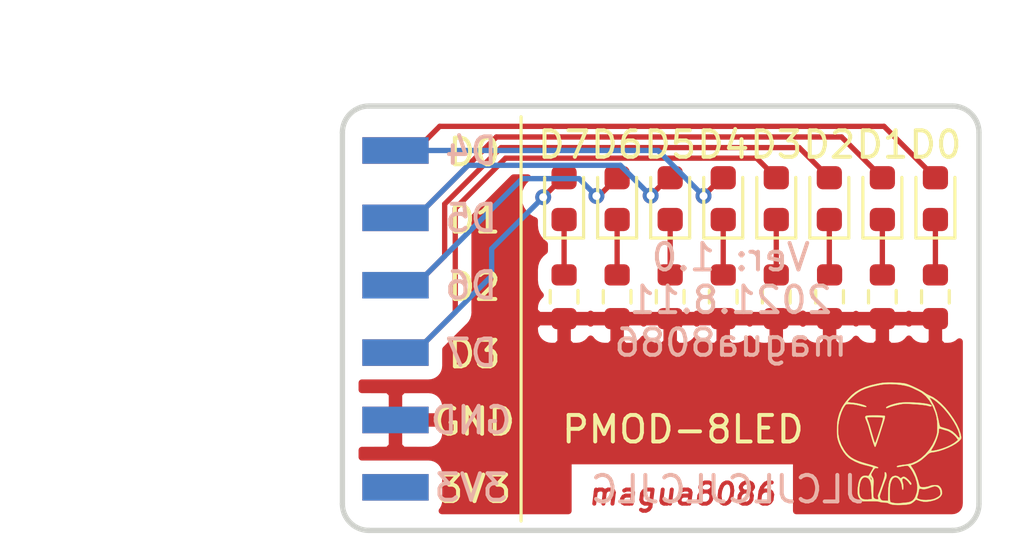
<source format=kicad_pcb>
(kicad_pcb (version 20171130) (host pcbnew "(5.1.10)-1")

  (general
    (thickness 1.6)
    (drawings 26)
    (tracks 55)
    (zones 0)
    (modules 18)
    (nets 19)
  )

  (page A4)
  (layers
    (0 F.Cu signal)
    (31 B.Cu signal)
    (32 B.Adhes user)
    (33 F.Adhes user)
    (34 B.Paste user)
    (35 F.Paste user)
    (36 B.SilkS user)
    (37 F.SilkS user)
    (38 B.Mask user)
    (39 F.Mask user)
    (40 Dwgs.User user)
    (41 Cmts.User user)
    (42 Eco1.User user)
    (43 Eco2.User user)
    (44 Edge.Cuts user)
    (45 Margin user)
    (46 B.CrtYd user)
    (47 F.CrtYd user)
    (48 B.Fab user)
    (49 F.Fab user)
  )

  (setup
    (last_trace_width 0.25)
    (user_trace_width 0.2)
    (trace_clearance 0.2)
    (zone_clearance 0.508)
    (zone_45_only no)
    (trace_min 0.2)
    (via_size 0.8)
    (via_drill 0.4)
    (via_min_size 0.4)
    (via_min_drill 0.3)
    (user_via 0.6 0.3)
    (uvia_size 0.3)
    (uvia_drill 0.1)
    (uvias_allowed no)
    (uvia_min_size 0.2)
    (uvia_min_drill 0.1)
    (edge_width 0.05)
    (segment_width 0.2)
    (pcb_text_width 0.3)
    (pcb_text_size 1.5 1.5)
    (mod_edge_width 0.12)
    (mod_text_size 1 1)
    (mod_text_width 0.15)
    (pad_size 0.875 0.95)
    (pad_drill 0)
    (pad_to_mask_clearance 0)
    (aux_axis_origin 0 0)
    (visible_elements 7FFFFFFF)
    (pcbplotparams
      (layerselection 0x010fc_ffffffff)
      (usegerberextensions false)
      (usegerberattributes true)
      (usegerberadvancedattributes true)
      (creategerberjobfile true)
      (excludeedgelayer true)
      (linewidth 0.100000)
      (plotframeref false)
      (viasonmask false)
      (mode 1)
      (useauxorigin false)
      (hpglpennumber 1)
      (hpglpenspeed 20)
      (hpglpendiameter 15.000000)
      (psnegative false)
      (psa4output false)
      (plotreference true)
      (plotvalue true)
      (plotinvisibletext false)
      (padsonsilk false)
      (subtractmaskfromsilk false)
      (outputformat 1)
      (mirror false)
      (drillshape 0)
      (scaleselection 1)
      (outputdirectory "./out"))
  )

  (net 0 "")
  (net 1 +3V3)
  (net 2 GND)
  (net 3 IO7)
  (net 4 IO6)
  (net 5 IO5)
  (net 6 IO4)
  (net 7 IO3)
  (net 8 IO2)
  (net 9 IO1)
  (net 10 "Net-(D1-Pad1)")
  (net 11 "Net-(D2-Pad1)")
  (net 12 "Net-(D3-Pad1)")
  (net 13 "Net-(D4-Pad1)")
  (net 14 "Net-(D5-Pad1)")
  (net 15 "Net-(D6-Pad1)")
  (net 16 "Net-(D7-Pad1)")
  (net 17 IO0)
  (net 18 "Net-(D0-Pad1)")

  (net_class Default "This is the default net class."
    (clearance 0.2)
    (trace_width 0.25)
    (via_dia 0.8)
    (via_drill 0.4)
    (uvia_dia 0.3)
    (uvia_drill 0.1)
    (add_net +3V3)
    (add_net GND)
    (add_net IO0)
    (add_net IO1)
    (add_net IO2)
    (add_net IO3)
    (add_net IO4)
    (add_net IO5)
    (add_net IO6)
    (add_net IO7)
    (add_net "Net-(D0-Pad1)")
    (add_net "Net-(D1-Pad1)")
    (add_net "Net-(D2-Pad1)")
    (add_net "Net-(D3-Pad1)")
    (add_net "Net-(D4-Pad1)")
    (add_net "Net-(D5-Pad1)")
    (add_net "Net-(D6-Pad1)")
    (add_net "Net-(D7-Pad1)")
  )

  (module Multicoloredstone:Pmod-1-device-PcbEdge (layer F.Cu) (tedit 6110F0F8) (tstamp 61122B15)
    (at 146.5961 103.759)
    (path /6110D257)
    (fp_text reference PMOD0 (at 0 -9.652) (layer F.SilkS) hide
      (effects (font (size 1 1) (thickness 0.15)))
    )
    (fp_text value PMOD-Device-x2-Type-1A-GPIO (at 0 -11.176) (layer F.Fab)
      (effects (font (size 1 1) (thickness 0.15)))
    )
    (fp_line (start 0 -8.636) (end 0 8.89) (layer Dwgs.User) (width 0.12))
    (fp_line (start 3.556 -7.62) (end 0 -7.62) (layer F.CrtYd) (width 0.12))
    (fp_line (start 0 7.62) (end 3.556 7.62) (layer F.CrtYd) (width 0.12))
    (fp_line (start 3.556 -7.62) (end 3.556 7.62) (layer F.CrtYd) (width 0.12))
    (fp_line (start 0 -7.62) (end 0 7.62) (layer F.CrtYd) (width 0.12))
    (pad 1 smd rect (at 2 -6.35 90) (size 1 2.5) (layers F.Cu F.Paste F.Mask)
      (net 17 IO0))
    (pad 7 smd rect (at 2 -6.35 90) (size 1 2.5) (layers B.Cu B.Paste B.Mask)
      (net 6 IO4))
    (pad 8 smd rect (at 2 -3.81 90) (size 1 2.5) (layers B.Cu B.Paste B.Mask)
      (net 5 IO5))
    (pad 9 smd rect (at 2 -1.27 90) (size 1 2.5) (layers B.Cu B.Paste B.Mask)
      (net 4 IO6))
    (pad 10 smd rect (at 2 1.27 90) (size 1 2.5) (layers B.Cu B.Paste B.Mask)
      (net 3 IO7))
    (pad 11 smd rect (at 2 3.81 90) (size 1 2.5) (layers B.Cu B.Paste B.Mask)
      (net 2 GND))
    (pad 12 smd rect (at 2 6.35 90) (size 1 2.5) (layers B.Cu B.Paste B.Mask)
      (net 1 +3V3))
    (pad 2 smd rect (at 2 -3.81 90) (size 1 2.5) (layers F.Cu F.Paste F.Mask)
      (net 9 IO1))
    (pad 3 smd rect (at 2 -1.27 90) (size 1 2.5) (layers F.Cu F.Paste F.Mask)
      (net 8 IO2))
    (pad 4 smd rect (at 2 1.27 90) (size 1 2.5) (layers F.Cu F.Paste F.Mask)
      (net 7 IO3))
    (pad 5 smd rect (at 2 3.81 90) (size 1 2.5) (layers F.Cu F.Paste F.Mask)
      (net 2 GND))
    (pad 6 smd rect (at 2 6.35 90) (size 1 2.5) (layers F.Cu F.Paste F.Mask)
      (net 1 +3V3))
    (model ${KISYS3DMOD}/Connector_PinHeader_2.54mm.3dshapes/PinHeader_2x06_P2.54mm_Vertical.wrl
      (offset (xyz 0 6.35 -2.1))
      (scale (xyz 1 1 1))
      (rotate (xyz 0 90 0))
    )
  )

  (module KiCAD:luoxiaohei_5mm_5mm (layer F.Cu) (tedit 0) (tstamp 6111BFD2)
    (at 167.5384 108.458)
    (fp_text reference G*** (at 0 0) (layer F.SilkS) hide
      (effects (font (size 1.524 1.524) (thickness 0.3)))
    )
    (fp_text value LOGO (at 0.75 0) (layer F.SilkS) hide
      (effects (font (size 1.524 1.524) (thickness 0.3)))
    )
    (fp_poly (pts (xy -0.223928 -2.301819) (xy -0.073577 -2.297182) (xy 0.070316 -2.288365) (xy 0.195647 -2.275717)
      (xy 0.279581 -2.261994) (xy 0.355542 -2.239329) (xy 0.457435 -2.200086) (xy 0.574758 -2.149243)
      (xy 0.697012 -2.091783) (xy 0.813696 -2.032685) (xy 0.91431 -1.97693) (xy 0.988352 -1.929499)
      (xy 1.001303 -1.919667) (xy 1.075305 -1.86925) (xy 1.157784 -1.825263) (xy 1.188297 -1.812521)
      (xy 1.32769 -1.744505) (xy 1.47704 -1.641383) (xy 1.63125 -1.507617) (xy 1.785224 -1.347669)
      (xy 1.933869 -1.165999) (xy 1.947571 -1.147714) (xy 2.101378 -0.927868) (xy 2.220852 -0.727527)
      (xy 2.307497 -0.543665) (xy 2.36282 -0.373254) (xy 2.381862 -0.274387) (xy 2.387487 -0.222302)
      (xy 2.382511 -0.18517) (xy 2.360915 -0.150295) (xy 2.316676 -0.104978) (xy 2.289344 -0.07926)
      (xy 2.18741 -0.000338) (xy 2.053639 0.079025) (xy 1.898264 0.15453) (xy 1.731515 0.221878)
      (xy 1.563623 0.276769) (xy 1.40482 0.314906) (xy 1.320972 0.327647) (xy 1.256091 0.336705)
      (xy 1.207102 0.351109) (xy 1.161686 0.377484) (xy 1.107526 0.422449) (xy 1.056389 0.469875)
      (xy 0.982516 0.53655) (xy 0.90823 0.598753) (xy 0.847162 0.645173) (xy 0.836084 0.652647)
      (xy 0.761577 0.697271) (xy 0.680397 0.740107) (xy 0.603988 0.775722) (xy 0.543797 0.798683)
      (xy 0.516482 0.804333) (xy 0.491624 0.812543) (xy 0.493123 0.83989) (xy 0.522249 0.890449)
      (xy 0.559071 0.940936) (xy 0.613892 1.028294) (xy 0.669861 1.144099) (xy 0.721511 1.274985)
      (xy 0.763374 1.407588) (xy 0.782473 1.487024) (xy 0.805861 1.571551) (xy 0.835346 1.620347)
      (xy 0.851731 1.632543) (xy 0.904107 1.644908) (xy 0.981636 1.645786) (xy 1.069169 1.636637)
      (xy 1.151555 1.618924) (xy 1.20598 1.598352) (xy 1.264373 1.579779) (xy 1.344975 1.568351)
      (xy 1.394321 1.566333) (xy 1.469694 1.568918) (xy 1.519059 1.580249) (xy 1.558608 1.605687)
      (xy 1.583332 1.628921) (xy 1.633163 1.702694) (xy 1.66166 1.793972) (xy 1.664623 1.884984)
      (xy 1.654028 1.928023) (xy 1.601215 2.008153) (xy 1.511008 2.07716) (xy 1.387383 2.132885)
      (xy 1.234319 2.17317) (xy 1.187334 2.181294) (xy 1.063086 2.194494) (xy 0.95593 2.189393)
      (xy 0.844718 2.164037) (xy 0.783167 2.143916) (xy 0.687917 2.110666) (xy 0.619823 2.174423)
      (xy 0.558756 2.223596) (xy 0.494307 2.264157) (xy 0.48224 2.270128) (xy 0.421579 2.287486)
      (xy 0.329654 2.301231) (xy 0.217416 2.310934) (xy 0.095814 2.316169) (xy -0.024202 2.316511)
      (xy -0.131682 2.311531) (xy -0.215676 2.300805) (xy -0.229093 2.297835) (xy -0.296575 2.278149)
      (xy -0.348101 2.257473) (xy -0.365618 2.246348) (xy -0.39857 2.233405) (xy -0.458945 2.224744)
      (xy -0.513625 2.2225) (xy -0.59001 2.218197) (xy -0.655072 2.207119) (xy -0.684016 2.196855)
      (xy -0.729781 2.184702) (xy -0.8153 2.177264) (xy -0.941481 2.174482) (xy -1.031152 2.174948)
      (xy -1.332055 2.178686) (xy -1.404759 2.110117) (xy -1.461206 2.04391) (xy -1.497202 1.966853)
      (xy -1.514504 1.870997) (xy -1.514619 1.832173) (xy -1.45679 1.832173) (xy -1.440902 1.948612)
      (xy -1.403383 2.031784) (xy -1.341665 2.084549) (xy -1.253181 2.109764) (xy -1.135365 2.110292)
      (xy -1.073187 2.103386) (xy -0.9763 2.090106) (xy -0.985031 1.992261) (xy -0.990034 1.926554)
      (xy -0.995952 1.834456) (xy -1.001791 1.731867) (xy -1.003978 1.689522) (xy -1.015691 1.549462)
      (xy -1.036215 1.445046) (xy -1.067546 1.370138) (xy -1.111682 1.3186) (xy -1.128784 1.306076)
      (xy -1.204183 1.273196) (xy -1.037327 1.273196) (xy -1.035476 1.302674) (xy -1.021168 1.337995)
      (xy -0.997522 1.375842) (xy -0.981193 1.384868) (xy -0.979084 1.381502) (xy -0.98177 1.344935)
      (xy -0.994205 1.313506) (xy -1.021624 1.27504) (xy -1.037327 1.273196) (xy -1.204183 1.273196)
      (xy -1.210283 1.270536) (xy -1.282647 1.274973) (xy -1.344444 1.317741) (xy -1.39424 1.397189)
      (xy -1.430599 1.511669) (xy -1.45209 1.659532) (xy -1.453613 1.679607) (xy -1.45679 1.832173)
      (xy -1.514619 1.832173) (xy -1.51487 1.748393) (xy -1.506685 1.648946) (xy -1.481387 1.486434)
      (xy -1.443093 1.362946) (xy -1.390663 1.276863) (xy -1.322954 1.226568) (xy -1.238823 1.210444)
      (xy -1.199059 1.21337) (xy -1.108069 1.225842) (xy -1.019701 1.078309) (xy -0.978532 1.007248)
      (xy -0.947589 0.949409) (xy -0.932156 0.914811) (xy -0.931333 0.910704) (xy -0.938689 0.899125)
      (xy -0.964176 0.885906) (xy -1.012919 0.869427) (xy -1.090045 0.84807) (xy -1.200681 0.820216)
      (xy -1.275145 0.802149) (xy -1.443482 0.750229) (xy -1.613549 0.677568) (xy -1.768569 0.591949)
      (xy -1.850502 0.535207) (xy -1.949081 0.441597) (xy -2.046185 0.317128) (xy -2.134615 0.172887)
      (xy -2.207172 0.01996) (xy -2.235845 -0.058116) (xy -2.2611 -0.138972) (xy -2.278151 -0.207362)
      (xy -2.28851 -0.275331) (xy -2.293692 -0.354921) (xy -2.295208 -0.458177) (xy -2.295029 -0.529167)
      (xy -2.293248 -0.623838) (xy -2.253702 -0.623838) (xy -2.252964 -0.391691) (xy -2.211999 -0.162295)
      (xy -2.13268 0.057162) (xy -2.027589 0.243887) (xy -1.947907 0.35162) (xy -1.863342 0.442603)
      (xy -1.767986 0.520257) (xy -1.655929 0.588002) (xy -1.521265 0.64926) (xy -1.358085 0.707452)
      (xy -1.160481 0.765997) (xy -1.095233 0.783706) (xy -0.947356 0.824732) (xy -0.83997 0.858072)
      (xy -0.772007 0.8841) (xy -0.742398 0.903188) (xy -0.740833 0.907487) (xy -0.754453 0.926888)
      (xy -0.799338 0.924917) (xy -0.801481 0.924495) (xy -0.838735 0.921391) (xy -0.868178 0.93507)
      (xy -0.900606 0.973165) (xy -0.927913 1.013888) (xy -0.975119 1.089366) (xy -0.999928 1.14141)
      (xy -1.004007 1.181412) (xy -0.989024 1.220766) (xy -0.963966 1.26013) (xy -0.942921 1.292363)
      (xy -0.928473 1.321857) (xy -0.919791 1.356637) (xy -0.916046 1.404728) (xy -0.916406 1.474153)
      (xy -0.920044 1.572939) (xy -0.923524 1.651203) (xy -0.929227 1.793681) (xy -0.930851 1.899841)
      (xy -0.927178 1.975602) (xy -0.916994 2.026882) (xy -0.899083 2.059602) (xy -0.872228 2.079679)
      (xy -0.835214 2.093031) (xy -0.832613 2.093757) (xy -0.768257 2.106883) (xy -0.73715 2.098393)
      (xy -0.734347 2.064931) (xy -0.743553 2.033296) (xy -0.753291 1.970053) (xy -0.733723 1.911715)
      (xy -0.716071 1.871082) (xy -0.688027 1.798935) (xy -0.652797 1.70385) (xy -0.613588 1.594401)
      (xy -0.592701 1.534684) (xy -0.54631 1.396408) (xy -0.515086 1.291955) (xy -0.497716 1.216155)
      (xy -0.492888 1.163836) (xy -0.494321 1.147394) (xy -0.498541 1.09981) (xy -0.487149 1.082924)
      (xy -0.469844 1.083636) (xy -0.443248 1.107996) (xy -0.428836 1.160084) (xy -0.427411 1.226856)
      (xy -0.439773 1.295265) (xy -0.454572 1.332511) (xy -0.473369 1.375416) (xy -0.502294 1.449372)
      (xy -0.537936 1.545321) (xy -0.576887 1.654203) (xy -0.592448 1.698825) (xy -0.632298 1.814587)
      (xy -0.659628 1.897767) (xy -0.675786 1.955784) (xy -0.682117 1.996056) (xy -0.679967 2.025999)
      (xy -0.670683 2.053032) (xy -0.660593 2.074333) (xy -0.637885 2.115617) (xy -0.612501 2.138478)
      (xy -0.571467 2.149271) (xy -0.501813 2.154352) (xy -0.496783 2.154597) (xy -0.36915 2.160778)
      (xy -0.366372 1.883761) (xy -0.359765 1.690845) (xy -0.343574 1.535893) (xy -0.316835 1.415421)
      (xy -0.278583 1.325947) (xy -0.227854 1.263988) (xy -0.18721 1.236548) (xy -0.099604 1.21335)
      (xy -0.011588 1.229283) (xy 0.056969 1.273806) (xy 0.09292 1.303455) (xy 0.117799 1.304536)
      (xy 0.14432 1.284064) (xy 0.192891 1.254102) (xy 0.244588 1.254233) (xy 0.305442 1.286392)
      (xy 0.381486 1.352516) (xy 0.392964 1.363869) (xy 0.448112 1.422945) (xy 0.48883 1.474049)
      (xy 0.50755 1.507514) (xy 0.508 1.510787) (xy 0.497871 1.548331) (xy 0.473281 1.550935)
      (xy 0.442929 1.519096) (xy 0.4359 1.506667) (xy 0.396561 1.449544) (xy 0.341626 1.391974)
      (xy 0.282666 1.344053) (xy 0.231254 1.31588) (xy 0.213195 1.312333) (xy 0.173451 1.326793)
      (xy 0.160899 1.371102) (xy 0.175263 1.446655) (xy 0.182224 1.468243) (xy 0.198015 1.533057)
      (xy 0.206003 1.604141) (xy 0.206283 1.670123) (xy 0.198954 1.719628) (xy 0.184109 1.741286)
      (xy 0.179917 1.741202) (xy 0.166921 1.719062) (xy 0.156991 1.668042) (xy 0.153841 1.629764)
      (xy 0.137449 1.530131) (xy 0.101265 1.435538) (xy 0.051037 1.354853) (xy -0.007484 1.296945)
      (xy -0.068548 1.270682) (xy -0.079435 1.27) (xy -0.143288 1.280312) (xy -0.192336 1.315748)
      (xy -0.233809 1.383051) (xy -0.255194 1.433955) (xy -0.274262 1.489505) (xy -0.287584 1.546)
      (xy -0.296238 1.612933) (xy -0.301304 1.699797) (xy -0.30386 1.816084) (xy -0.304372 1.866763)
      (xy -0.304312 2.000409) (xy -0.301371 2.096672) (xy -0.295192 2.160428) (xy -0.285415 2.196552)
      (xy -0.279416 2.20543) (xy -0.246035 2.220474) (xy -0.184507 2.234899) (xy -0.108995 2.246652)
      (xy -0.033662 2.253678) (xy 0.027328 2.253924) (xy 0.042334 2.252089) (xy 0.077086 2.247894)
      (xy 0.142087 2.241701) (xy 0.22537 2.234624) (xy 0.256631 2.232144) (xy 0.388778 2.216121)
      (xy 0.487612 2.188469) (xy 0.561596 2.144407) (xy 0.619192 2.079155) (xy 0.646573 2.030259)
      (xy 0.722941 2.030259) (xy 0.726772 2.060368) (xy 0.757032 2.082016) (xy 0.82032 2.103328)
      (xy 0.841033 2.109261) (xy 0.938917 2.125633) (xy 1.060083 2.129676) (xy 1.187575 2.122219)
      (xy 1.304438 2.104091) (xy 1.377479 2.083012) (xy 1.452558 2.048431) (xy 1.523942 2.007059)
      (xy 1.539875 1.99598) (xy 1.586642 1.953614) (xy 1.605808 1.906887) (xy 1.608667 1.859563)
      (xy 1.592359 1.760296) (xy 1.547464 1.680618) (xy 1.480029 1.627689) (xy 1.396798 1.608666)
      (xy 1.355801 1.615857) (xy 1.291307 1.634481) (xy 1.234278 1.654303) (xy 1.120006 1.693988)
      (xy 1.033344 1.715831) (xy 0.964331 1.721504) (xy 0.90301 1.712678) (xy 0.896556 1.710963)
      (xy 0.844373 1.700453) (xy 0.811767 1.701066) (xy 0.809098 1.702679) (xy 0.798899 1.729365)
      (xy 0.787132 1.782971) (xy 0.781775 1.815347) (xy 0.76634 1.892832) (xy 0.745772 1.965222)
      (xy 0.73894 1.983567) (xy 0.722941 2.030259) (xy 0.646573 2.030259) (xy 0.661615 2.0034)
      (xy 0.718617 1.836267) (xy 0.736422 1.656637) (xy 0.715416 1.467024) (xy 0.655985 1.269941)
      (xy 0.558516 1.067901) (xy 0.504078 0.978694) (xy 0.455402 0.911274) (xy 0.409265 0.860219)
      (xy 0.374653 0.835388) (xy 0.37305 0.834925) (xy 0.330802 0.833658) (xy 0.261729 0.840835)
      (xy 0.180148 0.85492) (xy 0.173241 0.856356) (xy 0.073908 0.876284) (xy 0.009539 0.886078)
      (xy -0.025958 0.885918) (xy -0.038678 0.875982) (xy -0.037045 0.862551) (xy -0.020767 0.847026)
      (xy 0.020086 0.832541) (xy 0.089883 0.818206) (xy 0.192994 0.803132) (xy 0.333788 0.786431)
      (xy 0.341363 0.785596) (xy 0.521905 0.745338) (xy 0.700273 0.666918) (xy 0.872026 0.554448)
      (xy 1.032722 0.41204) (xy 1.158931 0.265805) (xy 1.248834 0.265805) (xy 1.268651 0.274572)
      (xy 1.326496 0.271046) (xy 1.419958 0.255457) (xy 1.474991 0.244139) (xy 1.644184 0.198929)
      (xy 1.813912 0.137692) (xy 1.972705 0.065489) (xy 2.109096 -0.012621) (xy 2.18787 -0.070416)
      (xy 2.267816 -0.137584) (xy 2.2187 -0.210401) (xy 2.155094 -0.286479) (xy 2.07127 -0.362238)
      (xy 1.980037 -0.427898) (xy 1.894205 -0.473681) (xy 1.857686 -0.485974) (xy 1.777408 -0.507624)
      (xy 1.691165 -0.533685) (xy 1.672167 -0.539895) (xy 1.603196 -0.561915) (xy 1.565212 -0.566976)
      (xy 1.548971 -0.551305) (xy 1.545232 -0.511128) (xy 1.545167 -0.488038) (xy 1.535702 -0.409933)
      (xy 1.510009 -0.306273) (xy 1.472144 -0.188662) (xy 1.42616 -0.068705) (xy 1.376112 0.041996)
      (xy 1.331687 0.12293) (xy 1.291697 0.188543) (xy 1.262301 0.239003) (xy 1.249077 0.264693)
      (xy 1.248834 0.265805) (xy 1.158931 0.265805) (xy 1.17792 0.243804) (xy 1.303179 0.053851)
      (xy 1.404056 -0.153706) (xy 1.430136 -0.22225) (xy 1.456707 -0.301523) (xy 1.474072 -0.369324)
      (xy 1.484076 -0.438854) (xy 1.488568 -0.523317) (xy 1.489394 -0.635913) (xy 1.489361 -0.645584)
      (xy 1.480826 -0.842275) (xy 1.454442 -1.017755) (xy 1.406581 -1.187182) (xy 1.333609 -1.365713)
      (xy 1.299958 -1.436218) (xy 1.186409 -1.628606) (xy 1.108709 -1.721546) (xy 1.201017 -1.721546)
      (xy 1.214272 -1.692786) (xy 1.248924 -1.63646) (xy 1.255421 -1.626227) (xy 1.370759 -1.410155)
      (xy 1.462916 -1.160876) (xy 1.532338 -0.877123) (xy 1.54631 -0.799964) (xy 1.561921 -0.725096)
      (xy 1.579491 -0.666619) (xy 1.594804 -0.637754) (xy 1.625893 -0.623211) (xy 1.686448 -0.602787)
      (xy 1.764738 -0.580348) (xy 1.784932 -0.575075) (xy 1.933206 -0.525884) (xy 2.055423 -0.457332)
      (xy 2.166529 -0.360215) (xy 2.208811 -0.31406) (xy 2.265944 -0.251433) (xy 2.30192 -0.220585)
      (xy 2.321098 -0.219514) (xy 2.327835 -0.246219) (xy 2.328082 -0.259292) (xy 2.312466 -0.369463)
      (xy 2.268877 -0.502273) (xy 2.200668 -0.651888) (xy 2.111196 -0.812474) (xy 2.003814 -0.978198)
      (xy 1.881876 -1.143226) (xy 1.748738 -1.301724) (xy 1.695378 -1.359585) (xy 1.598864 -1.455289)
      (xy 1.497336 -1.545458) (xy 1.398725 -1.623853) (xy 1.310967 -1.684237) (xy 1.241993 -1.720371)
      (xy 1.232144 -1.723831) (xy 1.20752 -1.729606) (xy 1.201017 -1.721546) (xy 1.108709 -1.721546)
      (xy 1.051541 -1.789926) (xy 0.898628 -1.916754) (xy 0.772584 -1.987867) (xy 0.688826 -2.026952)
      (xy 0.609686 -2.064834) (xy 0.551832 -2.09353) (xy 0.550334 -2.094303) (xy 0.424074 -2.145221)
      (xy 0.26615 -2.18655) (xy 0.08634 -2.217347) (xy -0.105579 -2.236673) (xy -0.299832 -2.243587)
      (xy -0.48664 -2.237146) (xy -0.656228 -2.216412) (xy -0.677333 -2.212454) (xy -0.898076 -2.165394)
      (xy -1.08371 -2.116742) (xy -1.241433 -2.063339) (xy -1.378441 -2.002031) (xy -1.50193 -1.92966)
      (xy -1.619097 -1.843071) (xy -1.719897 -1.75519) (xy -1.790956 -1.687455) (xy -1.847669 -1.629516)
      (xy -1.884314 -1.587503) (xy -1.895165 -1.567547) (xy -1.89514 -1.567505) (xy -1.87077 -1.558582)
      (xy -1.814721 -1.549093) (xy -1.737587 -1.540699) (xy -1.709827 -1.538489) (xy -1.613688 -1.527456)
      (xy -1.509961 -1.508949) (xy -1.407596 -1.485391) (xy -1.315543 -1.459203) (xy -1.242751 -1.432809)
      (xy -1.198171 -1.408631) (xy -1.189034 -1.397519) (xy -1.190148 -1.38348) (xy -1.209176 -1.378535)
      (xy -1.251307 -1.38343) (xy -1.321731 -1.398908) (xy -1.425639 -1.425713) (xy -1.471083 -1.437964)
      (xy -1.577062 -1.461601) (xy -1.692942 -1.479585) (xy -1.793852 -1.488066) (xy -1.794937 -1.488096)
      (xy -1.876459 -1.489012) (xy -1.927513 -1.484399) (xy -1.959882 -1.471331) (xy -1.98535 -1.446886)
      (xy -1.991481 -1.439334) (xy -2.061825 -1.328605) (xy -2.125986 -1.1851) (xy -2.180928 -1.018258)
      (xy -2.223618 -0.837518) (xy -2.251019 -0.65232) (xy -2.253702 -0.623838) (xy -2.293248 -0.623838)
      (xy -2.292382 -0.669814) (xy -2.285241 -0.781569) (xy -2.272201 -0.877759) (xy -2.251857 -0.971713)
      (xy -2.246016 -0.994338) (xy -2.222757 -1.07776) (xy -2.201514 -1.146045) (xy -2.18575 -1.188336)
      (xy -2.181849 -1.195421) (xy -2.163967 -1.229343) (xy -2.143208 -1.282329) (xy -2.141837 -1.286359)
      (xy -2.105732 -1.363646) (xy -2.045283 -1.460588) (xy -1.967248 -1.568127) (xy -1.87839 -1.677205)
      (xy -1.785469 -1.778762) (xy -1.743251 -1.820431) (xy -1.599382 -1.938601) (xy -1.432931 -2.039754)
      (xy -1.239811 -2.125547) (xy -1.015931 -2.197641) (xy -0.757202 -2.257694) (xy -0.592666 -2.287156)
      (xy -0.495577 -2.297155) (xy -0.368629 -2.301926) (xy -0.223928 -2.301819)) (layer F.SilkS) (width 0.01))
    (fp_poly (pts (xy -0.780564 -1.060342) (xy -0.665209 -1.057878) (xy -0.574244 -1.053468) (xy -0.514197 -1.047309)
      (xy -0.493438 -1.041697) (xy -0.485636 -1.022061) (xy -0.490553 -0.977552) (xy -0.509148 -0.903359)
      (xy -0.542375 -0.794674) (xy -0.542811 -0.793313) (xy -0.613377 -0.57332) (xy -0.672204 -0.390405)
      (xy -0.720476 -0.241336) (xy -0.759378 -0.122879) (xy -0.790094 -0.031801) (xy -0.813808 0.035131)
      (xy -0.831704 0.081151) (xy -0.844968 0.109493) (xy -0.854784 0.123388) (xy -0.862336 0.126072)
      (xy -0.868809 0.120777) (xy -0.874504 0.112163) (xy -0.892923 0.071055) (xy -0.919817 -0.004034)
      (xy -0.953036 -0.106109) (xy -0.990428 -0.228172) (xy -1.029841 -0.363228) (xy -1.069124 -0.50428)
      (xy -1.101001 -0.624417) (xy -1.124836 -0.701476) (xy -1.158944 -0.794136) (xy -1.189102 -0.866576)
      (xy -1.222583 -0.950129) (xy -1.228107 -0.98578) (xy -1.159109 -0.98578) (xy -1.158691 -0.960918)
      (xy -1.144439 -0.909874) (xy -1.12678 -0.862283) (xy -1.105695 -0.803871) (xy -1.076588 -0.714366)
      (xy -1.042491 -0.603536) (xy -1.006439 -0.481153) (xy -0.984486 -0.403944) (xy -0.946116 -0.267649)
      (xy -0.917116 -0.167283) (xy -0.895652 -0.097948) (xy -0.87989 -0.054749) (xy -0.867995 -0.03279)
      (xy -0.858134 -0.027176) (xy -0.848472 -0.03301) (xy -0.846328 -0.035198) (xy -0.835285 -0.059743)
      (xy -0.813642 -0.11865) (xy -0.783469 -0.205885) (xy -0.746832 -0.315416) (xy -0.705799 -0.441209)
      (xy -0.685989 -0.502964) (xy -0.632227 -0.675375) (xy -0.593513 -0.80853) (xy -0.569773 -0.902716)
      (xy -0.560933 -0.958217) (xy -0.563655 -0.974289) (xy -0.590935 -0.981592) (xy -0.650663 -0.987753)
      (xy -0.733099 -0.992587) (xy -0.828506 -0.995904) (xy -0.927143 -0.997516) (xy -1.019274 -0.997236)
      (xy -1.095158 -0.994876) (xy -1.145058 -0.990248) (xy -1.159109 -0.98578) (xy -1.228107 -0.98578)
      (xy -1.231066 -1.004869) (xy -1.210307 -1.037026) (xy -1.156066 -1.052832) (xy -1.0641 -1.058517)
      (xy -1.058333 -1.058649) (xy -0.913781 -1.060664) (xy -0.780564 -1.060342)) (layer F.SilkS) (width 0.01))
    (fp_poly (pts (xy 0.433917 -1.552802) (xy 0.603719 -1.54834) (xy 0.765048 -1.538676) (xy 0.912736 -1.524592)
      (xy 1.041614 -1.506871) (xy 1.146514 -1.486295) (xy 1.222268 -1.463646) (xy 1.263708 -1.439706)
      (xy 1.27 -1.426238) (xy 1.263265 -1.405173) (xy 1.238154 -1.399049) (xy 1.187315 -1.407955)
      (xy 1.116056 -1.428113) (xy 1.062296 -1.439354) (xy 0.975207 -1.4517) (xy 0.86374 -1.464142)
      (xy 0.736848 -1.475666) (xy 0.61864 -1.484304) (xy 0.477981 -1.493088) (xy 0.370501 -1.498574)
      (xy 0.287152 -1.50044) (xy 0.218884 -1.498364) (xy 0.156648 -1.492023) (xy 0.091395 -1.481094)
      (xy 0.014076 -1.465255) (xy 0 -1.462247) (xy -0.103472 -1.438105) (xy -0.201908 -1.411684)
      (xy -0.281354 -1.386893) (xy -0.314899 -1.374077) (xy -0.385242 -1.345287) (xy -0.425332 -1.335147)
      (xy -0.442358 -1.342557) (xy -0.4445 -1.354237) (xy -0.42468 -1.380703) (xy -0.369149 -1.412516)
      (xy -0.283798 -1.447192) (xy -0.174518 -1.482245) (xy -0.083214 -1.506597) (xy 0.007136 -1.527076)
      (xy 0.089841 -1.540876) (xy 0.176963 -1.549075) (xy 0.280566 -1.552751) (xy 0.412712 -1.552981)
      (xy 0.433917 -1.552802)) (layer F.SilkS) (width 0.01))
  )

  (module Resistor_SMD:R_0603_1608Metric (layer F.Cu) (tedit 5F68FEEE) (tstamp 6111A3D1)
    (at 154.9532 102.9238 270)
    (descr "Resistor SMD 0603 (1608 Metric), square (rectangular) end terminal, IPC_7351 nominal, (Body size source: IPC-SM-782 page 72, https://www.pcb-3d.com/wordpress/wp-content/uploads/ipc-sm-782a_amendment_1_and_2.pdf), generated with kicad-footprint-generator")
    (tags resistor)
    (path /61114F0B)
    (attr smd)
    (fp_text reference R7 (at 0 -1.43 90) (layer F.SilkS) hide
      (effects (font (size 1 1) (thickness 0.15)))
    )
    (fp_text value 10K (at 0 1.43 90) (layer F.Fab)
      (effects (font (size 1 1) (thickness 0.15)))
    )
    (fp_line (start -0.8 0.4125) (end -0.8 -0.4125) (layer F.Fab) (width 0.1))
    (fp_line (start -0.8 -0.4125) (end 0.8 -0.4125) (layer F.Fab) (width 0.1))
    (fp_line (start 0.8 -0.4125) (end 0.8 0.4125) (layer F.Fab) (width 0.1))
    (fp_line (start 0.8 0.4125) (end -0.8 0.4125) (layer F.Fab) (width 0.1))
    (fp_line (start -0.237258 -0.5225) (end 0.237258 -0.5225) (layer F.SilkS) (width 0.12))
    (fp_line (start -0.237258 0.5225) (end 0.237258 0.5225) (layer F.SilkS) (width 0.12))
    (fp_line (start -1.48 0.73) (end -1.48 -0.73) (layer F.CrtYd) (width 0.05))
    (fp_line (start -1.48 -0.73) (end 1.48 -0.73) (layer F.CrtYd) (width 0.05))
    (fp_line (start 1.48 -0.73) (end 1.48 0.73) (layer F.CrtYd) (width 0.05))
    (fp_line (start 1.48 0.73) (end -1.48 0.73) (layer F.CrtYd) (width 0.05))
    (fp_text user %R (at 0 0 90) (layer F.Fab)
      (effects (font (size 0.4 0.4) (thickness 0.06)))
    )
    (pad 2 smd roundrect (at 0.825 0 270) (size 0.8 0.95) (layers F.Cu F.Paste F.Mask) (roundrect_rratio 0.25)
      (net 2 GND))
    (pad 1 smd roundrect (at -0.825 0 270) (size 0.8 0.95) (layers F.Cu F.Paste F.Mask) (roundrect_rratio 0.25)
      (net 16 "Net-(D7-Pad1)"))
    (model ${KISYS3DMOD}/Resistor_SMD.3dshapes/R_0603_1608Metric.wrl
      (at (xyz 0 0 0))
      (scale (xyz 1 1 1))
      (rotate (xyz 0 0 0))
    )
  )

  (module Resistor_SMD:R_0603_1608Metric (layer F.Cu) (tedit 5F68FEEE) (tstamp 6111A3BE)
    (at 156.9532 102.9238 270)
    (descr "Resistor SMD 0603 (1608 Metric), square (rectangular) end terminal, IPC_7351 nominal, (Body size source: IPC-SM-782 page 72, https://www.pcb-3d.com/wordpress/wp-content/uploads/ipc-sm-782a_amendment_1_and_2.pdf), generated with kicad-footprint-generator")
    (tags resistor)
    (path /61114841)
    (attr smd)
    (fp_text reference R6 (at 0 -1.43 90) (layer F.SilkS) hide
      (effects (font (size 1 1) (thickness 0.15)))
    )
    (fp_text value 10K (at 0 1.43 90) (layer F.Fab)
      (effects (font (size 1 1) (thickness 0.15)))
    )
    (fp_line (start -0.8 0.4125) (end -0.8 -0.4125) (layer F.Fab) (width 0.1))
    (fp_line (start -0.8 -0.4125) (end 0.8 -0.4125) (layer F.Fab) (width 0.1))
    (fp_line (start 0.8 -0.4125) (end 0.8 0.4125) (layer F.Fab) (width 0.1))
    (fp_line (start 0.8 0.4125) (end -0.8 0.4125) (layer F.Fab) (width 0.1))
    (fp_line (start -0.237258 -0.5225) (end 0.237258 -0.5225) (layer F.SilkS) (width 0.12))
    (fp_line (start -0.237258 0.5225) (end 0.237258 0.5225) (layer F.SilkS) (width 0.12))
    (fp_line (start -1.48 0.73) (end -1.48 -0.73) (layer F.CrtYd) (width 0.05))
    (fp_line (start -1.48 -0.73) (end 1.48 -0.73) (layer F.CrtYd) (width 0.05))
    (fp_line (start 1.48 -0.73) (end 1.48 0.73) (layer F.CrtYd) (width 0.05))
    (fp_line (start 1.48 0.73) (end -1.48 0.73) (layer F.CrtYd) (width 0.05))
    (fp_text user %R (at 0 0 90) (layer F.Fab)
      (effects (font (size 0.4 0.4) (thickness 0.06)))
    )
    (pad 2 smd roundrect (at 0.825 0 270) (size 0.8 0.95) (layers F.Cu F.Paste F.Mask) (roundrect_rratio 0.25)
      (net 2 GND))
    (pad 1 smd roundrect (at -0.825 0 270) (size 0.8 0.95) (layers F.Cu F.Paste F.Mask) (roundrect_rratio 0.25)
      (net 15 "Net-(D6-Pad1)"))
    (model ${KISYS3DMOD}/Resistor_SMD.3dshapes/R_0603_1608Metric.wrl
      (at (xyz 0 0 0))
      (scale (xyz 1 1 1))
      (rotate (xyz 0 0 0))
    )
  )

  (module Resistor_SMD:R_0603_1608Metric (layer F.Cu) (tedit 5F68FEEE) (tstamp 6111A3AB)
    (at 158.9532 102.9238 270)
    (descr "Resistor SMD 0603 (1608 Metric), square (rectangular) end terminal, IPC_7351 nominal, (Body size source: IPC-SM-782 page 72, https://www.pcb-3d.com/wordpress/wp-content/uploads/ipc-sm-782a_amendment_1_and_2.pdf), generated with kicad-footprint-generator")
    (tags resistor)
    (path /6111427E)
    (attr smd)
    (fp_text reference R5 (at 0 -1.43 90) (layer F.SilkS) hide
      (effects (font (size 1 1) (thickness 0.15)))
    )
    (fp_text value 10K (at 0 1.43 90) (layer F.Fab)
      (effects (font (size 1 1) (thickness 0.15)))
    )
    (fp_line (start -0.8 0.4125) (end -0.8 -0.4125) (layer F.Fab) (width 0.1))
    (fp_line (start -0.8 -0.4125) (end 0.8 -0.4125) (layer F.Fab) (width 0.1))
    (fp_line (start 0.8 -0.4125) (end 0.8 0.4125) (layer F.Fab) (width 0.1))
    (fp_line (start 0.8 0.4125) (end -0.8 0.4125) (layer F.Fab) (width 0.1))
    (fp_line (start -0.237258 -0.5225) (end 0.237258 -0.5225) (layer F.SilkS) (width 0.12))
    (fp_line (start -0.237258 0.5225) (end 0.237258 0.5225) (layer F.SilkS) (width 0.12))
    (fp_line (start -1.48 0.73) (end -1.48 -0.73) (layer F.CrtYd) (width 0.05))
    (fp_line (start -1.48 -0.73) (end 1.48 -0.73) (layer F.CrtYd) (width 0.05))
    (fp_line (start 1.48 -0.73) (end 1.48 0.73) (layer F.CrtYd) (width 0.05))
    (fp_line (start 1.48 0.73) (end -1.48 0.73) (layer F.CrtYd) (width 0.05))
    (fp_text user %R (at 0 0 90) (layer F.Fab)
      (effects (font (size 0.4 0.4) (thickness 0.06)))
    )
    (pad 2 smd roundrect (at 0.825 0 270) (size 0.8 0.95) (layers F.Cu F.Paste F.Mask) (roundrect_rratio 0.25)
      (net 2 GND))
    (pad 1 smd roundrect (at -0.825 0 270) (size 0.8 0.95) (layers F.Cu F.Paste F.Mask) (roundrect_rratio 0.25)
      (net 14 "Net-(D5-Pad1)"))
    (model ${KISYS3DMOD}/Resistor_SMD.3dshapes/R_0603_1608Metric.wrl
      (at (xyz 0 0 0))
      (scale (xyz 1 1 1))
      (rotate (xyz 0 0 0))
    )
  )

  (module Resistor_SMD:R_0603_1608Metric (layer F.Cu) (tedit 5F68FEEE) (tstamp 6111A398)
    (at 160.9532 102.9238 270)
    (descr "Resistor SMD 0603 (1608 Metric), square (rectangular) end terminal, IPC_7351 nominal, (Body size source: IPC-SM-782 page 72, https://www.pcb-3d.com/wordpress/wp-content/uploads/ipc-sm-782a_amendment_1_and_2.pdf), generated with kicad-footprint-generator")
    (tags resistor)
    (path /61113EA5)
    (attr smd)
    (fp_text reference R4 (at 0 -1.43 90) (layer F.SilkS) hide
      (effects (font (size 1 1) (thickness 0.15)))
    )
    (fp_text value 10K (at 0 1.43 90) (layer F.Fab)
      (effects (font (size 1 1) (thickness 0.15)))
    )
    (fp_line (start -0.8 0.4125) (end -0.8 -0.4125) (layer F.Fab) (width 0.1))
    (fp_line (start -0.8 -0.4125) (end 0.8 -0.4125) (layer F.Fab) (width 0.1))
    (fp_line (start 0.8 -0.4125) (end 0.8 0.4125) (layer F.Fab) (width 0.1))
    (fp_line (start 0.8 0.4125) (end -0.8 0.4125) (layer F.Fab) (width 0.1))
    (fp_line (start -0.237258 -0.5225) (end 0.237258 -0.5225) (layer F.SilkS) (width 0.12))
    (fp_line (start -0.237258 0.5225) (end 0.237258 0.5225) (layer F.SilkS) (width 0.12))
    (fp_line (start -1.48 0.73) (end -1.48 -0.73) (layer F.CrtYd) (width 0.05))
    (fp_line (start -1.48 -0.73) (end 1.48 -0.73) (layer F.CrtYd) (width 0.05))
    (fp_line (start 1.48 -0.73) (end 1.48 0.73) (layer F.CrtYd) (width 0.05))
    (fp_line (start 1.48 0.73) (end -1.48 0.73) (layer F.CrtYd) (width 0.05))
    (fp_text user %R (at 0 0 90) (layer F.Fab)
      (effects (font (size 0.4 0.4) (thickness 0.06)))
    )
    (pad 2 smd roundrect (at 0.825 0 270) (size 0.8 0.95) (layers F.Cu F.Paste F.Mask) (roundrect_rratio 0.25)
      (net 2 GND))
    (pad 1 smd roundrect (at -0.825 0 270) (size 0.8 0.95) (layers F.Cu F.Paste F.Mask) (roundrect_rratio 0.25)
      (net 13 "Net-(D4-Pad1)"))
    (model ${KISYS3DMOD}/Resistor_SMD.3dshapes/R_0603_1608Metric.wrl
      (at (xyz 0 0 0))
      (scale (xyz 1 1 1))
      (rotate (xyz 0 0 0))
    )
  )

  (module Resistor_SMD:R_0603_1608Metric (layer F.Cu) (tedit 5F68FEEE) (tstamp 6111A385)
    (at 162.9532 102.9238 270)
    (descr "Resistor SMD 0603 (1608 Metric), square (rectangular) end terminal, IPC_7351 nominal, (Body size source: IPC-SM-782 page 72, https://www.pcb-3d.com/wordpress/wp-content/uploads/ipc-sm-782a_amendment_1_and_2.pdf), generated with kicad-footprint-generator")
    (tags resistor)
    (path /61113D20)
    (attr smd)
    (fp_text reference R3 (at 0 -1.43 90) (layer F.SilkS) hide
      (effects (font (size 1 1) (thickness 0.15)))
    )
    (fp_text value 10K (at 0 1.43 90) (layer F.Fab)
      (effects (font (size 1 1) (thickness 0.15)))
    )
    (fp_line (start -0.8 0.4125) (end -0.8 -0.4125) (layer F.Fab) (width 0.1))
    (fp_line (start -0.8 -0.4125) (end 0.8 -0.4125) (layer F.Fab) (width 0.1))
    (fp_line (start 0.8 -0.4125) (end 0.8 0.4125) (layer F.Fab) (width 0.1))
    (fp_line (start 0.8 0.4125) (end -0.8 0.4125) (layer F.Fab) (width 0.1))
    (fp_line (start -0.237258 -0.5225) (end 0.237258 -0.5225) (layer F.SilkS) (width 0.12))
    (fp_line (start -0.237258 0.5225) (end 0.237258 0.5225) (layer F.SilkS) (width 0.12))
    (fp_line (start -1.48 0.73) (end -1.48 -0.73) (layer F.CrtYd) (width 0.05))
    (fp_line (start -1.48 -0.73) (end 1.48 -0.73) (layer F.CrtYd) (width 0.05))
    (fp_line (start 1.48 -0.73) (end 1.48 0.73) (layer F.CrtYd) (width 0.05))
    (fp_line (start 1.48 0.73) (end -1.48 0.73) (layer F.CrtYd) (width 0.05))
    (fp_text user %R (at 0 0 90) (layer F.Fab)
      (effects (font (size 0.4 0.4) (thickness 0.06)))
    )
    (pad 2 smd roundrect (at 0.825 0 270) (size 0.8 0.95) (layers F.Cu F.Paste F.Mask) (roundrect_rratio 0.25)
      (net 2 GND))
    (pad 1 smd roundrect (at -0.825 0 270) (size 0.8 0.95) (layers F.Cu F.Paste F.Mask) (roundrect_rratio 0.25)
      (net 12 "Net-(D3-Pad1)"))
    (model ${KISYS3DMOD}/Resistor_SMD.3dshapes/R_0603_1608Metric.wrl
      (at (xyz 0 0 0))
      (scale (xyz 1 1 1))
      (rotate (xyz 0 0 0))
    )
  )

  (module Resistor_SMD:R_0603_1608Metric (layer F.Cu) (tedit 5F68FEEE) (tstamp 6111A372)
    (at 164.9632 102.9238 270)
    (descr "Resistor SMD 0603 (1608 Metric), square (rectangular) end terminal, IPC_7351 nominal, (Body size source: IPC-SM-782 page 72, https://www.pcb-3d.com/wordpress/wp-content/uploads/ipc-sm-782a_amendment_1_and_2.pdf), generated with kicad-footprint-generator")
    (tags resistor)
    (path /61113B83)
    (attr smd)
    (fp_text reference R2 (at 0 -1.43 90) (layer F.SilkS) hide
      (effects (font (size 1 1) (thickness 0.15)))
    )
    (fp_text value 10K (at 0 1.43 90) (layer F.Fab)
      (effects (font (size 1 1) (thickness 0.15)))
    )
    (fp_line (start -0.8 0.4125) (end -0.8 -0.4125) (layer F.Fab) (width 0.1))
    (fp_line (start -0.8 -0.4125) (end 0.8 -0.4125) (layer F.Fab) (width 0.1))
    (fp_line (start 0.8 -0.4125) (end 0.8 0.4125) (layer F.Fab) (width 0.1))
    (fp_line (start 0.8 0.4125) (end -0.8 0.4125) (layer F.Fab) (width 0.1))
    (fp_line (start -0.237258 -0.5225) (end 0.237258 -0.5225) (layer F.SilkS) (width 0.12))
    (fp_line (start -0.237258 0.5225) (end 0.237258 0.5225) (layer F.SilkS) (width 0.12))
    (fp_line (start -1.48 0.73) (end -1.48 -0.73) (layer F.CrtYd) (width 0.05))
    (fp_line (start -1.48 -0.73) (end 1.48 -0.73) (layer F.CrtYd) (width 0.05))
    (fp_line (start 1.48 -0.73) (end 1.48 0.73) (layer F.CrtYd) (width 0.05))
    (fp_line (start 1.48 0.73) (end -1.48 0.73) (layer F.CrtYd) (width 0.05))
    (fp_text user %R (at 0 0 90) (layer F.Fab)
      (effects (font (size 0.4 0.4) (thickness 0.06)))
    )
    (pad 2 smd roundrect (at 0.825 0 270) (size 0.8 0.95) (layers F.Cu F.Paste F.Mask) (roundrect_rratio 0.25)
      (net 2 GND))
    (pad 1 smd roundrect (at -0.825 0 270) (size 0.8 0.95) (layers F.Cu F.Paste F.Mask) (roundrect_rratio 0.25)
      (net 11 "Net-(D2-Pad1)"))
    (model ${KISYS3DMOD}/Resistor_SMD.3dshapes/R_0603_1608Metric.wrl
      (at (xyz 0 0 0))
      (scale (xyz 1 1 1))
      (rotate (xyz 0 0 0))
    )
  )

  (module Resistor_SMD:R_0603_1608Metric (layer F.Cu) (tedit 5F68FEEE) (tstamp 6111A35F)
    (at 166.9532 102.9238 270)
    (descr "Resistor SMD 0603 (1608 Metric), square (rectangular) end terminal, IPC_7351 nominal, (Body size source: IPC-SM-782 page 72, https://www.pcb-3d.com/wordpress/wp-content/uploads/ipc-sm-782a_amendment_1_and_2.pdf), generated with kicad-footprint-generator")
    (tags resistor)
    (path /611136F0)
    (attr smd)
    (fp_text reference R1 (at 0 -1.43 90) (layer F.SilkS) hide
      (effects (font (size 1 1) (thickness 0.15)))
    )
    (fp_text value 10K (at 0 1.43 90) (layer F.Fab)
      (effects (font (size 1 1) (thickness 0.15)))
    )
    (fp_line (start -0.8 0.4125) (end -0.8 -0.4125) (layer F.Fab) (width 0.1))
    (fp_line (start -0.8 -0.4125) (end 0.8 -0.4125) (layer F.Fab) (width 0.1))
    (fp_line (start 0.8 -0.4125) (end 0.8 0.4125) (layer F.Fab) (width 0.1))
    (fp_line (start 0.8 0.4125) (end -0.8 0.4125) (layer F.Fab) (width 0.1))
    (fp_line (start -0.237258 -0.5225) (end 0.237258 -0.5225) (layer F.SilkS) (width 0.12))
    (fp_line (start -0.237258 0.5225) (end 0.237258 0.5225) (layer F.SilkS) (width 0.12))
    (fp_line (start -1.48 0.73) (end -1.48 -0.73) (layer F.CrtYd) (width 0.05))
    (fp_line (start -1.48 -0.73) (end 1.48 -0.73) (layer F.CrtYd) (width 0.05))
    (fp_line (start 1.48 -0.73) (end 1.48 0.73) (layer F.CrtYd) (width 0.05))
    (fp_line (start 1.48 0.73) (end -1.48 0.73) (layer F.CrtYd) (width 0.05))
    (fp_text user %R (at 0 0 90) (layer F.Fab)
      (effects (font (size 0.4 0.4) (thickness 0.06)))
    )
    (pad 2 smd roundrect (at 0.825 0 270) (size 0.8 0.95) (layers F.Cu F.Paste F.Mask) (roundrect_rratio 0.25)
      (net 2 GND))
    (pad 1 smd roundrect (at -0.825 0 270) (size 0.8 0.95) (layers F.Cu F.Paste F.Mask) (roundrect_rratio 0.25)
      (net 10 "Net-(D1-Pad1)"))
    (model ${KISYS3DMOD}/Resistor_SMD.3dshapes/R_0603_1608Metric.wrl
      (at (xyz 0 0 0))
      (scale (xyz 1 1 1))
      (rotate (xyz 0 0 0))
    )
  )

  (module Resistor_SMD:R_0603_1608Metric (layer F.Cu) (tedit 5F68FEEE) (tstamp 6111A34C)
    (at 168.9532 102.9238 270)
    (descr "Resistor SMD 0603 (1608 Metric), square (rectangular) end terminal, IPC_7351 nominal, (Body size source: IPC-SM-782 page 72, https://www.pcb-3d.com/wordpress/wp-content/uploads/ipc-sm-782a_amendment_1_and_2.pdf), generated with kicad-footprint-generator")
    (tags resistor)
    (path /61112667)
    (attr smd)
    (fp_text reference R0 (at 0 -1.43 90) (layer F.SilkS) hide
      (effects (font (size 1 1) (thickness 0.15)))
    )
    (fp_text value 10K (at 0 1.43 90) (layer F.Fab)
      (effects (font (size 1 1) (thickness 0.15)))
    )
    (fp_line (start -0.8 0.4125) (end -0.8 -0.4125) (layer F.Fab) (width 0.1))
    (fp_line (start -0.8 -0.4125) (end 0.8 -0.4125) (layer F.Fab) (width 0.1))
    (fp_line (start 0.8 -0.4125) (end 0.8 0.4125) (layer F.Fab) (width 0.1))
    (fp_line (start 0.8 0.4125) (end -0.8 0.4125) (layer F.Fab) (width 0.1))
    (fp_line (start -0.237258 -0.5225) (end 0.237258 -0.5225) (layer F.SilkS) (width 0.12))
    (fp_line (start -0.237258 0.5225) (end 0.237258 0.5225) (layer F.SilkS) (width 0.12))
    (fp_line (start -1.48 0.73) (end -1.48 -0.73) (layer F.CrtYd) (width 0.05))
    (fp_line (start -1.48 -0.73) (end 1.48 -0.73) (layer F.CrtYd) (width 0.05))
    (fp_line (start 1.48 -0.73) (end 1.48 0.73) (layer F.CrtYd) (width 0.05))
    (fp_line (start 1.48 0.73) (end -1.48 0.73) (layer F.CrtYd) (width 0.05))
    (fp_text user %R (at 0 0 90) (layer F.Fab)
      (effects (font (size 0.4 0.4) (thickness 0.06)))
    )
    (pad 2 smd roundrect (at 0.825 0 270) (size 0.8 0.95) (layers F.Cu F.Paste F.Mask) (roundrect_rratio 0.25)
      (net 2 GND))
    (pad 1 smd roundrect (at -0.825 0 270) (size 0.8 0.95) (layers F.Cu F.Paste F.Mask) (roundrect_rratio 0.25)
      (net 18 "Net-(D0-Pad1)"))
    (model ${KISYS3DMOD}/Resistor_SMD.3dshapes/R_0603_1608Metric.wrl
      (at (xyz 0 0 0))
      (scale (xyz 1 1 1))
      (rotate (xyz 0 0 0))
    )
  )

  (module LED_SMD:LED_0603_1608Metric (layer F.Cu) (tedit 5F68FEF1) (tstamp 6111A311)
    (at 154.9532 99.2238 90)
    (descr "LED SMD 0603 (1608 Metric), square (rectangular) end terminal, IPC_7351 nominal, (Body size source: http://www.tortai-tech.com/upload/download/2011102023233369053.pdf), generated with kicad-footprint-generator")
    (tags LED)
    (path /61114F05)
    (attr smd)
    (fp_text reference D7 (at 2.0321 0 180) (layer F.SilkS)
      (effects (font (size 1 1) (thickness 0.15)))
    )
    (fp_text value LED (at 0 1.43 90) (layer F.Fab)
      (effects (font (size 1 1) (thickness 0.15)))
    )
    (fp_line (start 0.8 -0.4) (end -0.5 -0.4) (layer F.Fab) (width 0.1))
    (fp_line (start -0.5 -0.4) (end -0.8 -0.1) (layer F.Fab) (width 0.1))
    (fp_line (start -0.8 -0.1) (end -0.8 0.4) (layer F.Fab) (width 0.1))
    (fp_line (start -0.8 0.4) (end 0.8 0.4) (layer F.Fab) (width 0.1))
    (fp_line (start 0.8 0.4) (end 0.8 -0.4) (layer F.Fab) (width 0.1))
    (fp_line (start 0.8 -0.735) (end -1.485 -0.735) (layer F.SilkS) (width 0.12))
    (fp_line (start -1.485 -0.735) (end -1.485 0.735) (layer F.SilkS) (width 0.12))
    (fp_line (start -1.485 0.735) (end 0.8 0.735) (layer F.SilkS) (width 0.12))
    (fp_line (start -1.48 0.73) (end -1.48 -0.73) (layer F.CrtYd) (width 0.05))
    (fp_line (start -1.48 -0.73) (end 1.48 -0.73) (layer F.CrtYd) (width 0.05))
    (fp_line (start 1.48 -0.73) (end 1.48 0.73) (layer F.CrtYd) (width 0.05))
    (fp_line (start 1.48 0.73) (end -1.48 0.73) (layer F.CrtYd) (width 0.05))
    (fp_text user %R (at 0 0 90) (layer F.Fab)
      (effects (font (size 0.4 0.4) (thickness 0.06)))
    )
    (pad 2 smd roundrect (at 0.7875 0 90) (size 0.875 0.95) (layers F.Cu F.Paste F.Mask) (roundrect_rratio 0.25)
      (net 3 IO7))
    (pad 1 smd roundrect (at -0.7875 0 90) (size 0.875 0.95) (layers F.Cu F.Paste F.Mask) (roundrect_rratio 0.25)
      (net 16 "Net-(D7-Pad1)"))
    (model ${KISYS3DMOD}/LED_SMD.3dshapes/LED_0603_1608Metric.wrl
      (at (xyz 0 0 0))
      (scale (xyz 1 1 1))
      (rotate (xyz 0 0 0))
    )
  )

  (module LED_SMD:LED_0603_1608Metric (layer F.Cu) (tedit 5F68FEF1) (tstamp 6111A2FE)
    (at 156.9532 99.2238 90)
    (descr "LED SMD 0603 (1608 Metric), square (rectangular) end terminal, IPC_7351 nominal, (Body size source: http://www.tortai-tech.com/upload/download/2011102023233369053.pdf), generated with kicad-footprint-generator")
    (tags LED)
    (path /6111483B)
    (attr smd)
    (fp_text reference D6 (at 2.032 0 180) (layer F.SilkS)
      (effects (font (size 1 1) (thickness 0.15)))
    )
    (fp_text value LED (at 0 1.43 90) (layer F.Fab)
      (effects (font (size 1 1) (thickness 0.15)))
    )
    (fp_line (start 0.8 -0.4) (end -0.5 -0.4) (layer F.Fab) (width 0.1))
    (fp_line (start -0.5 -0.4) (end -0.8 -0.1) (layer F.Fab) (width 0.1))
    (fp_line (start -0.8 -0.1) (end -0.8 0.4) (layer F.Fab) (width 0.1))
    (fp_line (start -0.8 0.4) (end 0.8 0.4) (layer F.Fab) (width 0.1))
    (fp_line (start 0.8 0.4) (end 0.8 -0.4) (layer F.Fab) (width 0.1))
    (fp_line (start 0.8 -0.735) (end -1.485 -0.735) (layer F.SilkS) (width 0.12))
    (fp_line (start -1.485 -0.735) (end -1.485 0.735) (layer F.SilkS) (width 0.12))
    (fp_line (start -1.485 0.735) (end 0.8 0.735) (layer F.SilkS) (width 0.12))
    (fp_line (start -1.48 0.73) (end -1.48 -0.73) (layer F.CrtYd) (width 0.05))
    (fp_line (start -1.48 -0.73) (end 1.48 -0.73) (layer F.CrtYd) (width 0.05))
    (fp_line (start 1.48 -0.73) (end 1.48 0.73) (layer F.CrtYd) (width 0.05))
    (fp_line (start 1.48 0.73) (end -1.48 0.73) (layer F.CrtYd) (width 0.05))
    (fp_text user %R (at 0 0 90) (layer F.Fab)
      (effects (font (size 0.4 0.4) (thickness 0.06)))
    )
    (pad 2 smd roundrect (at 0.7875 0 90) (size 0.875 0.95) (layers F.Cu F.Paste F.Mask) (roundrect_rratio 0.25)
      (net 4 IO6))
    (pad 1 smd roundrect (at -0.7875 0 90) (size 0.875 0.95) (layers F.Cu F.Paste F.Mask) (roundrect_rratio 0.25)
      (net 15 "Net-(D6-Pad1)"))
    (model ${KISYS3DMOD}/LED_SMD.3dshapes/LED_0603_1608Metric.wrl
      (at (xyz 0 0 0))
      (scale (xyz 1 1 1))
      (rotate (xyz 0 0 0))
    )
  )

  (module LED_SMD:LED_0603_1608Metric (layer F.Cu) (tedit 5F68FEF1) (tstamp 6111A2EB)
    (at 158.9532 99.2238 90)
    (descr "LED SMD 0603 (1608 Metric), square (rectangular) end terminal, IPC_7351 nominal, (Body size source: http://www.tortai-tech.com/upload/download/2011102023233369053.pdf), generated with kicad-footprint-generator")
    (tags LED)
    (path /61114278)
    (attr smd)
    (fp_text reference D5 (at 2.0321 0 180) (layer F.SilkS)
      (effects (font (size 1 1) (thickness 0.15)))
    )
    (fp_text value LED (at 0 1.43 90) (layer F.Fab)
      (effects (font (size 1 1) (thickness 0.15)))
    )
    (fp_line (start 0.8 -0.4) (end -0.5 -0.4) (layer F.Fab) (width 0.1))
    (fp_line (start -0.5 -0.4) (end -0.8 -0.1) (layer F.Fab) (width 0.1))
    (fp_line (start -0.8 -0.1) (end -0.8 0.4) (layer F.Fab) (width 0.1))
    (fp_line (start -0.8 0.4) (end 0.8 0.4) (layer F.Fab) (width 0.1))
    (fp_line (start 0.8 0.4) (end 0.8 -0.4) (layer F.Fab) (width 0.1))
    (fp_line (start 0.8 -0.735) (end -1.485 -0.735) (layer F.SilkS) (width 0.12))
    (fp_line (start -1.485 -0.735) (end -1.485 0.735) (layer F.SilkS) (width 0.12))
    (fp_line (start -1.485 0.735) (end 0.8 0.735) (layer F.SilkS) (width 0.12))
    (fp_line (start -1.48 0.73) (end -1.48 -0.73) (layer F.CrtYd) (width 0.05))
    (fp_line (start -1.48 -0.73) (end 1.48 -0.73) (layer F.CrtYd) (width 0.05))
    (fp_line (start 1.48 -0.73) (end 1.48 0.73) (layer F.CrtYd) (width 0.05))
    (fp_line (start 1.48 0.73) (end -1.48 0.73) (layer F.CrtYd) (width 0.05))
    (fp_text user %R (at 0 0 90) (layer F.Fab)
      (effects (font (size 0.4 0.4) (thickness 0.06)))
    )
    (pad 2 smd roundrect (at 0.7875 0 90) (size 0.875 0.95) (layers F.Cu F.Paste F.Mask) (roundrect_rratio 0.25)
      (net 5 IO5))
    (pad 1 smd roundrect (at -0.7875 0 90) (size 0.875 0.95) (layers F.Cu F.Paste F.Mask) (roundrect_rratio 0.25)
      (net 14 "Net-(D5-Pad1)"))
    (model ${KISYS3DMOD}/LED_SMD.3dshapes/LED_0603_1608Metric.wrl
      (at (xyz 0 0 0))
      (scale (xyz 1 1 1))
      (rotate (xyz 0 0 0))
    )
  )

  (module LED_SMD:LED_0603_1608Metric (layer F.Cu) (tedit 5F68FEF1) (tstamp 6111A2D8)
    (at 160.9532 99.2238 90)
    (descr "LED SMD 0603 (1608 Metric), square (rectangular) end terminal, IPC_7351 nominal, (Body size source: http://www.tortai-tech.com/upload/download/2011102023233369053.pdf), generated with kicad-footprint-generator")
    (tags LED)
    (path /61113E9F)
    (attr smd)
    (fp_text reference D4 (at 2.032 0 180) (layer F.SilkS)
      (effects (font (size 1 1) (thickness 0.15)))
    )
    (fp_text value LED (at 0 1.43 90) (layer F.Fab)
      (effects (font (size 1 1) (thickness 0.15)))
    )
    (fp_line (start 0.8 -0.4) (end -0.5 -0.4) (layer F.Fab) (width 0.1))
    (fp_line (start -0.5 -0.4) (end -0.8 -0.1) (layer F.Fab) (width 0.1))
    (fp_line (start -0.8 -0.1) (end -0.8 0.4) (layer F.Fab) (width 0.1))
    (fp_line (start -0.8 0.4) (end 0.8 0.4) (layer F.Fab) (width 0.1))
    (fp_line (start 0.8 0.4) (end 0.8 -0.4) (layer F.Fab) (width 0.1))
    (fp_line (start 0.8 -0.735) (end -1.485 -0.735) (layer F.SilkS) (width 0.12))
    (fp_line (start -1.485 -0.735) (end -1.485 0.735) (layer F.SilkS) (width 0.12))
    (fp_line (start -1.485 0.735) (end 0.8 0.735) (layer F.SilkS) (width 0.12))
    (fp_line (start -1.48 0.73) (end -1.48 -0.73) (layer F.CrtYd) (width 0.05))
    (fp_line (start -1.48 -0.73) (end 1.48 -0.73) (layer F.CrtYd) (width 0.05))
    (fp_line (start 1.48 -0.73) (end 1.48 0.73) (layer F.CrtYd) (width 0.05))
    (fp_line (start 1.48 0.73) (end -1.48 0.73) (layer F.CrtYd) (width 0.05))
    (fp_text user %R (at 0 0 90) (layer F.Fab)
      (effects (font (size 0.4 0.4) (thickness 0.06)))
    )
    (pad 2 smd roundrect (at 0.7875 0 90) (size 0.875 0.95) (layers F.Cu F.Paste F.Mask) (roundrect_rratio 0.25)
      (net 6 IO4))
    (pad 1 smd roundrect (at -0.7875 0 90) (size 0.875 0.95) (layers F.Cu F.Paste F.Mask) (roundrect_rratio 0.25)
      (net 13 "Net-(D4-Pad1)"))
    (model ${KISYS3DMOD}/LED_SMD.3dshapes/LED_0603_1608Metric.wrl
      (at (xyz 0 0 0))
      (scale (xyz 1 1 1))
      (rotate (xyz 0 0 0))
    )
  )

  (module LED_SMD:LED_0603_1608Metric (layer F.Cu) (tedit 5F68FEF1) (tstamp 6111A2C5)
    (at 162.9532 99.2238 90)
    (descr "LED SMD 0603 (1608 Metric), square (rectangular) end terminal, IPC_7351 nominal, (Body size source: http://www.tortai-tech.com/upload/download/2011102023233369053.pdf), generated with kicad-footprint-generator")
    (tags LED)
    (path /61113D1A)
    (attr smd)
    (fp_text reference D3 (at 2.032 0 180) (layer F.SilkS)
      (effects (font (size 1 1) (thickness 0.15)))
    )
    (fp_text value LED (at 0 1.43 90) (layer F.Fab)
      (effects (font (size 1 1) (thickness 0.15)))
    )
    (fp_line (start 0.8 -0.4) (end -0.5 -0.4) (layer F.Fab) (width 0.1))
    (fp_line (start -0.5 -0.4) (end -0.8 -0.1) (layer F.Fab) (width 0.1))
    (fp_line (start -0.8 -0.1) (end -0.8 0.4) (layer F.Fab) (width 0.1))
    (fp_line (start -0.8 0.4) (end 0.8 0.4) (layer F.Fab) (width 0.1))
    (fp_line (start 0.8 0.4) (end 0.8 -0.4) (layer F.Fab) (width 0.1))
    (fp_line (start 0.8 -0.735) (end -1.485 -0.735) (layer F.SilkS) (width 0.12))
    (fp_line (start -1.485 -0.735) (end -1.485 0.735) (layer F.SilkS) (width 0.12))
    (fp_line (start -1.485 0.735) (end 0.8 0.735) (layer F.SilkS) (width 0.12))
    (fp_line (start -1.48 0.73) (end -1.48 -0.73) (layer F.CrtYd) (width 0.05))
    (fp_line (start -1.48 -0.73) (end 1.48 -0.73) (layer F.CrtYd) (width 0.05))
    (fp_line (start 1.48 -0.73) (end 1.48 0.73) (layer F.CrtYd) (width 0.05))
    (fp_line (start 1.48 0.73) (end -1.48 0.73) (layer F.CrtYd) (width 0.05))
    (fp_text user %R (at 0 0 90) (layer F.Fab)
      (effects (font (size 0.4 0.4) (thickness 0.06)))
    )
    (pad 2 smd roundrect (at 0.7875 0 90) (size 0.875 0.95) (layers F.Cu F.Paste F.Mask) (roundrect_rratio 0.25)
      (net 7 IO3))
    (pad 1 smd roundrect (at -0.7875 0 90) (size 0.875 0.95) (layers F.Cu F.Paste F.Mask) (roundrect_rratio 0.25)
      (net 12 "Net-(D3-Pad1)"))
    (model ${KISYS3DMOD}/LED_SMD.3dshapes/LED_0603_1608Metric.wrl
      (at (xyz 0 0 0))
      (scale (xyz 1 1 1))
      (rotate (xyz 0 0 0))
    )
  )

  (module LED_SMD:LED_0603_1608Metric (layer F.Cu) (tedit 5F68FEF1) (tstamp 6111A2B2)
    (at 164.9532 99.2238 90)
    (descr "LED SMD 0603 (1608 Metric), square (rectangular) end terminal, IPC_7351 nominal, (Body size source: http://www.tortai-tech.com/upload/download/2011102023233369053.pdf), generated with kicad-footprint-generator")
    (tags LED)
    (path /61113B7D)
    (attr smd)
    (fp_text reference D2 (at 2.032 0 180) (layer F.SilkS)
      (effects (font (size 1 1) (thickness 0.15)))
    )
    (fp_text value LED (at 0 1.43 90) (layer F.Fab)
      (effects (font (size 1 1) (thickness 0.15)))
    )
    (fp_line (start 0.8 -0.4) (end -0.5 -0.4) (layer F.Fab) (width 0.1))
    (fp_line (start -0.5 -0.4) (end -0.8 -0.1) (layer F.Fab) (width 0.1))
    (fp_line (start -0.8 -0.1) (end -0.8 0.4) (layer F.Fab) (width 0.1))
    (fp_line (start -0.8 0.4) (end 0.8 0.4) (layer F.Fab) (width 0.1))
    (fp_line (start 0.8 0.4) (end 0.8 -0.4) (layer F.Fab) (width 0.1))
    (fp_line (start 0.8 -0.735) (end -1.485 -0.735) (layer F.SilkS) (width 0.12))
    (fp_line (start -1.485 -0.735) (end -1.485 0.735) (layer F.SilkS) (width 0.12))
    (fp_line (start -1.485 0.735) (end 0.8 0.735) (layer F.SilkS) (width 0.12))
    (fp_line (start -1.48 0.73) (end -1.48 -0.73) (layer F.CrtYd) (width 0.05))
    (fp_line (start -1.48 -0.73) (end 1.48 -0.73) (layer F.CrtYd) (width 0.05))
    (fp_line (start 1.48 -0.73) (end 1.48 0.73) (layer F.CrtYd) (width 0.05))
    (fp_line (start 1.48 0.73) (end -1.48 0.73) (layer F.CrtYd) (width 0.05))
    (fp_text user %R (at 0 0 90) (layer F.Fab)
      (effects (font (size 0.4 0.4) (thickness 0.06)))
    )
    (pad 2 smd roundrect (at 0.7875 0 90) (size 0.875 0.95) (layers F.Cu F.Paste F.Mask) (roundrect_rratio 0.25)
      (net 8 IO2))
    (pad 1 smd roundrect (at -0.7875 0 90) (size 0.875 0.95) (layers F.Cu F.Paste F.Mask) (roundrect_rratio 0.25)
      (net 11 "Net-(D2-Pad1)"))
    (model ${KISYS3DMOD}/LED_SMD.3dshapes/LED_0603_1608Metric.wrl
      (at (xyz 0 0 0))
      (scale (xyz 1 1 1))
      (rotate (xyz 0 0 0))
    )
  )

  (module LED_SMD:LED_0603_1608Metric (layer F.Cu) (tedit 5F68FEF1) (tstamp 6111A29F)
    (at 166.9532 99.2238 90)
    (descr "LED SMD 0603 (1608 Metric), square (rectangular) end terminal, IPC_7351 nominal, (Body size source: http://www.tortai-tech.com/upload/download/2011102023233369053.pdf), generated with kicad-footprint-generator")
    (tags LED)
    (path /611136EA)
    (attr smd)
    (fp_text reference D1 (at 2.032 0 180) (layer F.SilkS)
      (effects (font (size 1 1) (thickness 0.15)))
    )
    (fp_text value LED (at 0 1.43 90) (layer F.Fab)
      (effects (font (size 1 1) (thickness 0.15)))
    )
    (fp_line (start 0.8 -0.4) (end -0.5 -0.4) (layer F.Fab) (width 0.1))
    (fp_line (start -0.5 -0.4) (end -0.8 -0.1) (layer F.Fab) (width 0.1))
    (fp_line (start -0.8 -0.1) (end -0.8 0.4) (layer F.Fab) (width 0.1))
    (fp_line (start -0.8 0.4) (end 0.8 0.4) (layer F.Fab) (width 0.1))
    (fp_line (start 0.8 0.4) (end 0.8 -0.4) (layer F.Fab) (width 0.1))
    (fp_line (start 0.8 -0.735) (end -1.485 -0.735) (layer F.SilkS) (width 0.12))
    (fp_line (start -1.485 -0.735) (end -1.485 0.735) (layer F.SilkS) (width 0.12))
    (fp_line (start -1.485 0.735) (end 0.8 0.735) (layer F.SilkS) (width 0.12))
    (fp_line (start -1.48 0.73) (end -1.48 -0.73) (layer F.CrtYd) (width 0.05))
    (fp_line (start -1.48 -0.73) (end 1.48 -0.73) (layer F.CrtYd) (width 0.05))
    (fp_line (start 1.48 -0.73) (end 1.48 0.73) (layer F.CrtYd) (width 0.05))
    (fp_line (start 1.48 0.73) (end -1.48 0.73) (layer F.CrtYd) (width 0.05))
    (fp_text user %R (at 0 0 90) (layer F.Fab)
      (effects (font (size 0.4 0.4) (thickness 0.06)))
    )
    (pad 2 smd roundrect (at 0.7875 0 90) (size 0.875 0.95) (layers F.Cu F.Paste F.Mask) (roundrect_rratio 0.25)
      (net 9 IO1))
    (pad 1 smd roundrect (at -0.7875 0 90) (size 0.875 0.95) (layers F.Cu F.Paste F.Mask) (roundrect_rratio 0.25)
      (net 10 "Net-(D1-Pad1)"))
    (model ${KISYS3DMOD}/LED_SMD.3dshapes/LED_0603_1608Metric.wrl
      (at (xyz 0 0 0))
      (scale (xyz 1 1 1))
      (rotate (xyz 0 0 0))
    )
  )

  (module LED_SMD:LED_0603_1608Metric (layer F.Cu) (tedit 5F68FEF1) (tstamp 6111A28C)
    (at 168.9532 99.2238 90)
    (descr "LED SMD 0603 (1608 Metric), square (rectangular) end terminal, IPC_7351 nominal, (Body size source: http://www.tortai-tech.com/upload/download/2011102023233369053.pdf), generated with kicad-footprint-generator")
    (tags LED)
    (path /611123AB)
    (attr smd)
    (fp_text reference D0 (at 2.032 0 180) (layer F.SilkS)
      (effects (font (size 1 1) (thickness 0.15)))
    )
    (fp_text value LED (at 0 1.43 90) (layer F.Fab)
      (effects (font (size 1 1) (thickness 0.15)))
    )
    (fp_line (start 0.8 -0.4) (end -0.5 -0.4) (layer F.Fab) (width 0.1))
    (fp_line (start -0.5 -0.4) (end -0.8 -0.1) (layer F.Fab) (width 0.1))
    (fp_line (start -0.8 -0.1) (end -0.8 0.4) (layer F.Fab) (width 0.1))
    (fp_line (start -0.8 0.4) (end 0.8 0.4) (layer F.Fab) (width 0.1))
    (fp_line (start 0.8 0.4) (end 0.8 -0.4) (layer F.Fab) (width 0.1))
    (fp_line (start 0.8 -0.735) (end -1.485 -0.735) (layer F.SilkS) (width 0.12))
    (fp_line (start -1.485 -0.735) (end -1.485 0.735) (layer F.SilkS) (width 0.12))
    (fp_line (start -1.485 0.735) (end 0.8 0.735) (layer F.SilkS) (width 0.12))
    (fp_line (start -1.48 0.73) (end -1.48 -0.73) (layer F.CrtYd) (width 0.05))
    (fp_line (start -1.48 -0.73) (end 1.48 -0.73) (layer F.CrtYd) (width 0.05))
    (fp_line (start 1.48 -0.73) (end 1.48 0.73) (layer F.CrtYd) (width 0.05))
    (fp_line (start 1.48 0.73) (end -1.48 0.73) (layer F.CrtYd) (width 0.05))
    (fp_text user %R (at 0 0 90) (layer F.Fab)
      (effects (font (size 0.4 0.4) (thickness 0.06)))
    )
    (pad 2 smd roundrect (at 0.7875 0 90) (size 0.875 0.95) (layers F.Cu F.Paste F.Mask) (roundrect_rratio 0.25)
      (net 17 IO0))
    (pad 1 smd roundrect (at -0.7875 0 90) (size 0.875 0.95) (layers F.Cu F.Paste F.Mask) (roundrect_rratio 0.25)
      (net 18 "Net-(D0-Pad1)"))
    (model ${KISYS3DMOD}/LED_SMD.3dshapes/LED_0603_1608Metric.wrl
      (at (xyz 0 0 0))
      (scale (xyz 1 1 1))
      (rotate (xyz 0 0 0))
    )
  )

  (gr_text magua8086 (at 159.4104 110.363) (layer F.Mask) (tstamp 6112DB43)
    (effects (font (size 0.8 0.8) (thickness 0.15) italic))
  )
  (gr_text magua8086 (at 159.4104 110.363) (layer F.Cu)
    (effects (font (size 0.8 0.8) (thickness 0.15) italic))
  )
  (gr_text JLCJLCJLCJLC (at 161.1122 110.1852) (layer B.SilkS) (tstamp 6111F205)
    (effects (font (size 1 1) (thickness 0.15)) (justify mirror))
  )
  (gr_text "Ver: 1.0\n2021.8.11\nmagua8086" (at 161.2392 103.0478) (layer B.SilkS)
    (effects (font (size 1 1) (thickness 0.15)) (justify mirror))
  )
  (gr_text PMOD-8LED (at 159.4358 107.9246) (layer F.SilkS)
    (effects (font (size 1 1) (thickness 0.15)))
  )
  (gr_line (start 153.3318 96.139) (end 153.3318 111.379) (layer F.SilkS) (width 0.12))
  (gr_arc (start 147.5958 110.7326) (end 146.5958 110.7326) (angle -90) (layer Edge.Cuts) (width 0.2))
  (gr_arc (start 169.5958 96.7326) (end 170.5958 96.7326) (angle -90) (layer Edge.Cuts) (width 0.2))
  (gr_line (start 170.5958 110.7326) (end 170.5958 96.7326) (layer Edge.Cuts) (width 0.2))
  (gr_arc (start 169.5958 110.7326) (end 169.5958 111.7326) (angle -90) (layer Edge.Cuts) (width 0.2))
  (gr_line (start 147.5958 111.7326) (end 169.5958 111.7326) (layer Edge.Cuts) (width 0.2))
  (gr_arc (start 147.5958 96.7326) (end 147.5958 95.7326) (angle -90) (layer Edge.Cuts) (width 0.2))
  (gr_line (start 146.5958 96.7326) (end 146.5958 110.7326) (layer Edge.Cuts) (width 0.2))
  (gr_line (start 169.5958 95.7326) (end 147.5958 95.7326) (layer Edge.Cuts) (width 0.2))
  (gr_text 3V3 (at 151.4475 110.1217) (layer B.SilkS) (tstamp 6111CCB5)
    (effects (font (size 1 1) (thickness 0.15)) (justify mirror))
  )
  (gr_text GND (at 151.4475 107.5817) (layer B.SilkS) (tstamp 6111CCB3)
    (effects (font (size 1 1) (thickness 0.15)) (justify mirror))
  )
  (gr_text D7 (at 151.4475 105.0417) (layer B.SilkS) (tstamp 6111CCB1)
    (effects (font (size 1 1) (thickness 0.15)) (justify mirror))
  )
  (gr_text D6 (at 151.4475 102.5017) (layer B.SilkS) (tstamp 6111CCAF)
    (effects (font (size 1 1) (thickness 0.15)) (justify mirror))
  )
  (gr_text D5 (at 151.4475 99.9617) (layer B.SilkS) (tstamp 6111CCAD)
    (effects (font (size 1 1) (thickness 0.15)) (justify mirror))
  )
  (gr_text D4 (at 151.4475 97.4217) (layer B.SilkS) (tstamp 6111CCA7)
    (effects (font (size 1 1) (thickness 0.15)) (justify mirror))
  )
  (gr_text 3V3 (at 151.5745 110.1725) (layer F.SilkS) (tstamp 6111CCA3)
    (effects (font (size 1 1) (thickness 0.15)))
  )
  (gr_text GND (at 151.5745 107.6325) (layer F.SilkS) (tstamp 6111CCA1)
    (effects (font (size 1 1) (thickness 0.15)))
  )
  (gr_text D3 (at 151.5745 105.0925) (layer F.SilkS) (tstamp 6111CC9F)
    (effects (font (size 1 1) (thickness 0.15)))
  )
  (gr_text D2 (at 151.5745 102.5525) (layer F.SilkS) (tstamp 6111CC9D)
    (effects (font (size 1 1) (thickness 0.15)))
  )
  (gr_text D1 (at 151.5745 100.0125) (layer F.SilkS) (tstamp 6111CC9B)
    (effects (font (size 1 1) (thickness 0.15)))
  )
  (gr_text D0 (at 151.5745 97.4725) (layer F.SilkS)
    (effects (font (size 1 1) (thickness 0.15)))
  )

  (segment (start 154.898983 98.4363) (end 154.165415 99.169868) (width 0.2) (layer F.Cu) (net 3))
  (segment (start 154.9532 98.4363) (end 154.898983 98.4363) (width 0.2) (layer F.Cu) (net 3))
  (via (at 154.165415 99.169868) (size 0.6) (drill 0.3) (layers F.Cu B.Cu) (net 3))
  (segment (start 149.3266 105.029) (end 148.5961 105.029) (width 0.2) (layer B.Cu) (net 3))
  (segment (start 152.2222 102.1334) (end 149.3266 105.029) (width 0.2) (layer B.Cu) (net 3))
  (segment (start 152.2222 101.113083) (end 152.2222 102.1334) (width 0.2) (layer B.Cu) (net 3))
  (segment (start 154.165415 99.169868) (end 152.2222 101.113083) (width 0.2) (layer B.Cu) (net 3))
  (segment (start 156.265998 99.123502) (end 156.171898 99.123502) (width 0.2) (layer F.Cu) (net 4))
  (segment (start 156.9532 98.4363) (end 156.265998 99.123502) (width 0.2) (layer F.Cu) (net 4))
  (via (at 156.171898 99.123502) (size 0.6) (drill 0.3) (layers F.Cu B.Cu) (net 4))
  (segment (start 155.518263 98.469867) (end 156.171898 99.123502) (width 0.2) (layer B.Cu) (net 4))
  (segment (start 153.371133 98.469867) (end 155.518263 98.469867) (width 0.2) (layer B.Cu) (net 4))
  (segment (start 149.352 102.489) (end 153.371133 98.469867) (width 0.2) (layer B.Cu) (net 4))
  (segment (start 148.5961 102.489) (end 149.352 102.489) (width 0.2) (layer B.Cu) (net 4))
  (via (at 158.216599 99.110801) (size 0.6) (drill 0.3) (layers F.Cu B.Cu) (net 5))
  (segment (start 158.9532 98.4363) (end 158.8911 98.4363) (width 0.2) (layer F.Cu) (net 5))
  (segment (start 158.8911 98.4363) (end 158.216599 99.110801) (width 0.2) (layer F.Cu) (net 5))
  (segment (start 157.073598 97.9678) (end 158.216599 99.110801) (width 0.2) (layer B.Cu) (net 5))
  (segment (start 149.352 99.949) (end 151.3332 97.9678) (width 0.2) (layer B.Cu) (net 5))
  (segment (start 151.3332 97.9678) (end 157.073598 97.9678) (width 0.2) (layer B.Cu) (net 5))
  (segment (start 148.5961 99.949) (end 149.352 99.949) (width 0.2) (layer B.Cu) (net 5))
  (via (at 160.2105 99.1235) (size 0.6) (drill 0.3) (layers F.Cu B.Cu) (net 6))
  (segment (start 160.9532 98.4363) (end 160.8977 98.4363) (width 0.2) (layer F.Cu) (net 6))
  (segment (start 160.8977 98.4363) (end 160.2105 99.1235) (width 0.2) (layer F.Cu) (net 6))
  (segment (start 148.5961 97.409) (end 158.496 97.409) (width 0.2) (layer B.Cu) (net 6))
  (segment (start 158.496 97.409) (end 160.2105 99.1235) (width 0.2) (layer B.Cu) (net 6))
  (segment (start 152.745209 97.698791) (end 150.8506 99.5934) (width 0.2) (layer F.Cu) (net 7))
  (segment (start 149.3266 105.029) (end 148.5961 105.029) (width 0.2) (layer F.Cu) (net 7))
  (segment (start 162.9532 98.4363) (end 162.215691 97.698791) (width 0.2) (layer F.Cu) (net 7))
  (segment (start 150.8506 99.5934) (end 150.8506 103.505) (width 0.2) (layer F.Cu) (net 7))
  (segment (start 162.215691 97.698791) (end 152.745209 97.698791) (width 0.2) (layer F.Cu) (net 7))
  (segment (start 150.8506 103.505) (end 149.3266 105.029) (width 0.2) (layer F.Cu) (net 7))
  (segment (start 149.352 102.489) (end 148.5961 102.489) (width 0.2) (layer F.Cu) (net 8))
  (segment (start 150.450589 99.427711) (end 150.450589 101.390411) (width 0.2) (layer F.Cu) (net 8))
  (segment (start 152.57952 97.29878) (end 150.450589 99.427711) (width 0.2) (layer F.Cu) (net 8))
  (segment (start 163.81568 97.29878) (end 152.57952 97.29878) (width 0.2) (layer F.Cu) (net 8))
  (segment (start 150.450589 101.390411) (end 149.352 102.489) (width 0.2) (layer F.Cu) (net 8))
  (segment (start 164.9532 98.4363) (end 163.81568 97.29878) (width 0.2) (layer F.Cu) (net 8))
  (segment (start 149.352 99.949) (end 148.5961 99.949) (width 0.2) (layer F.Cu) (net 9))
  (segment (start 152.40223 96.89877) (end 149.352 99.949) (width 0.2) (layer F.Cu) (net 9))
  (segment (start 165.41567 96.89877) (end 152.40223 96.89877) (width 0.2) (layer F.Cu) (net 9))
  (segment (start 166.9532 98.4363) (end 165.41567 96.89877) (width 0.2) (layer F.Cu) (net 9))
  (segment (start 166.9532 100.0113) (end 166.9532 102.0988) (width 0.2) (layer F.Cu) (net 10))
  (segment (start 164.9532 102.0888) (end 164.9632 102.0988) (width 0.2) (layer F.Cu) (net 11))
  (segment (start 164.9532 100.0113) (end 164.9532 102.0888) (width 0.2) (layer F.Cu) (net 11))
  (segment (start 162.9532 100.0113) (end 162.9532 102.0988) (width 0.2) (layer F.Cu) (net 12))
  (segment (start 160.9532 100.0113) (end 160.9532 102.0988) (width 0.2) (layer F.Cu) (net 13))
  (segment (start 158.9532 100.0113) (end 158.9532 102.0988) (width 0.2) (layer F.Cu) (net 14))
  (segment (start 156.9532 100.0113) (end 156.9532 102.0988) (width 0.2) (layer F.Cu) (net 15))
  (segment (start 154.9532 100.0113) (end 154.9532 102.0988) (width 0.2) (layer F.Cu) (net 16))
  (segment (start 149.352 97.409) (end 148.5961 97.409) (width 0.2) (layer F.Cu) (net 17))
  (segment (start 150.26224 96.49876) (end 149.352 97.409) (width 0.2) (layer F.Cu) (net 17))
  (segment (start 167.01566 96.49876) (end 150.26224 96.49876) (width 0.2) (layer F.Cu) (net 17))
  (segment (start 168.9532 98.4363) (end 167.01566 96.49876) (width 0.2) (layer F.Cu) (net 17))
  (segment (start 168.9532 100.0113) (end 168.9532 102.0988) (width 0.2) (layer F.Cu) (net 18))

  (zone (net 2) (net_name GND) (layer F.Cu) (tstamp 6111F47E) (hatch edge 0.508)
    (connect_pads (clearance 0.508))
    (min_thickness 0.254)
    (fill yes (arc_segments 32) (thermal_gap 0.508) (thermal_bridge_width 0.508))
    (polygon
      (pts
        (xy 172.3136 112.014) (xy 145.8722 112.014) (xy 145.8722 94.2848) (xy 172.3136 94.2848)
      )
    )
    (filled_polygon
      (pts
        (xy 153.569387 98.443606) (xy 153.439153 98.57384) (xy 153.336829 98.726979) (xy 153.266347 98.897139) (xy 153.230415 99.077779)
        (xy 153.230415 99.261957) (xy 153.266347 99.442597) (xy 153.336829 99.612757) (xy 153.439153 99.765896) (xy 153.569387 99.89613)
        (xy 153.722526 99.998454) (xy 153.840128 100.047166) (xy 153.840128 100.23005) (xy 153.856592 100.397208) (xy 153.90535 100.557942)
        (xy 153.984529 100.706075) (xy 154.091085 100.835915) (xy 154.2182 100.940235) (xy 154.218201 101.198971) (xy 154.212592 101.201969)
        (xy 154.085594 101.306194) (xy 153.981369 101.433192) (xy 153.903922 101.578084) (xy 153.856231 101.7353) (xy 153.840128 101.8988)
        (xy 153.840128 102.2988) (xy 153.856231 102.4623) (xy 153.903922 102.619516) (xy 153.981369 102.764408) (xy 154.065063 102.86639)
        (xy 154.027015 102.897615) (xy 153.947663 102.994306) (xy 153.888698 103.10462) (xy 153.852388 103.224318) (xy 153.840128 103.3488)
        (xy 153.8432 103.46305) (xy 154.00195 103.6218) (xy 154.8262 103.6218) (xy 154.8262 103.6018) (xy 155.0802 103.6018)
        (xy 155.0802 103.6218) (xy 155.90445 103.6218) (xy 155.9532 103.57305) (xy 156.00195 103.6218) (xy 156.8262 103.6218)
        (xy 156.8262 103.6018) (xy 157.0802 103.6018) (xy 157.0802 103.6218) (xy 157.90445 103.6218) (xy 157.9532 103.57305)
        (xy 158.00195 103.6218) (xy 158.8262 103.6218) (xy 158.8262 103.6018) (xy 159.0802 103.6018) (xy 159.0802 103.6218)
        (xy 159.90445 103.6218) (xy 159.9532 103.57305) (xy 160.00195 103.6218) (xy 160.8262 103.6218) (xy 160.8262 103.6018)
        (xy 161.0802 103.6018) (xy 161.0802 103.6218) (xy 161.90445 103.6218) (xy 161.9532 103.57305) (xy 162.00195 103.6218)
        (xy 162.8262 103.6218) (xy 162.8262 103.6018) (xy 163.0802 103.6018) (xy 163.0802 103.6218) (xy 163.90445 103.6218)
        (xy 163.9582 103.56805) (xy 164.01195 103.6218) (xy 164.8362 103.6218) (xy 164.8362 103.6018) (xy 165.0902 103.6018)
        (xy 165.0902 103.6218) (xy 165.91445 103.6218) (xy 165.9582 103.57805) (xy 166.00195 103.6218) (xy 166.8262 103.6218)
        (xy 166.8262 103.6018) (xy 167.0802 103.6018) (xy 167.0802 103.6218) (xy 167.90445 103.6218) (xy 167.9532 103.57305)
        (xy 168.00195 103.6218) (xy 168.8262 103.6218) (xy 168.8262 103.6018) (xy 169.0802 103.6018) (xy 169.0802 103.6218)
        (xy 169.1002 103.6218) (xy 169.1002 103.8758) (xy 169.0802 103.8758) (xy 169.0802 104.62505) (xy 169.23895 104.7838)
        (xy 169.4282 104.786872) (xy 169.552682 104.774612) (xy 169.67238 104.738302) (xy 169.782694 104.679337) (xy 169.8608 104.615237)
        (xy 169.8608 110.696653) (xy 169.852296 110.783386) (xy 169.837546 110.83224) (xy 169.813588 110.877299) (xy 169.781334 110.916846)
        (xy 169.742015 110.949373) (xy 169.697129 110.973643) (xy 169.648373 110.988735) (xy 169.564035 110.9976) (xy 163.709537 110.9976)
        (xy 163.709537 109.1145) (xy 155.111263 109.1145) (xy 155.111263 110.9976) (xy 150.348647 110.9976) (xy 150.376637 110.963494)
        (xy 150.435602 110.85318) (xy 150.471912 110.733482) (xy 150.484172 110.609) (xy 150.484172 109.609) (xy 150.471912 109.484518)
        (xy 150.435602 109.36482) (xy 150.376637 109.254506) (xy 150.297285 109.157815) (xy 150.200594 109.078463) (xy 150.09028 109.019498)
        (xy 149.970582 108.983188) (xy 149.8461 108.970928) (xy 147.3461 108.970928) (xy 147.3308 108.972435) (xy 147.3308 108.705565)
        (xy 147.3461 108.707072) (xy 148.31035 108.704) (xy 148.4691 108.54525) (xy 148.4691 107.696) (xy 148.7231 107.696)
        (xy 148.7231 108.54525) (xy 148.88185 108.704) (xy 149.8461 108.707072) (xy 149.970582 108.694812) (xy 150.09028 108.658502)
        (xy 150.200594 108.599537) (xy 150.297285 108.520185) (xy 150.376637 108.423494) (xy 150.435602 108.31318) (xy 150.471912 108.193482)
        (xy 150.484172 108.069) (xy 150.4811 107.85475) (xy 150.32235 107.696) (xy 148.7231 107.696) (xy 148.4691 107.696)
        (xy 148.4491 107.696) (xy 148.4491 107.442) (xy 148.4691 107.442) (xy 148.4691 106.59275) (xy 148.7231 106.59275)
        (xy 148.7231 107.442) (xy 150.32235 107.442) (xy 150.4811 107.28325) (xy 150.484172 107.069) (xy 150.471912 106.944518)
        (xy 150.435602 106.82482) (xy 150.376637 106.714506) (xy 150.297285 106.617815) (xy 150.200594 106.538463) (xy 150.09028 106.479498)
        (xy 149.970582 106.443188) (xy 149.8461 106.430928) (xy 148.88185 106.434) (xy 148.7231 106.59275) (xy 148.4691 106.59275)
        (xy 148.31035 106.434) (xy 147.3461 106.430928) (xy 147.3308 106.432435) (xy 147.3308 106.165565) (xy 147.3461 106.167072)
        (xy 149.8461 106.167072) (xy 149.970582 106.154812) (xy 150.09028 106.118502) (xy 150.200594 106.059537) (xy 150.297285 105.980185)
        (xy 150.376637 105.883494) (xy 150.435602 105.77318) (xy 150.471912 105.653482) (xy 150.484172 105.529) (xy 150.484172 104.910874)
        (xy 151.246246 104.1488) (xy 153.840128 104.1488) (xy 153.852388 104.273282) (xy 153.888698 104.39298) (xy 153.947663 104.503294)
        (xy 154.027015 104.599985) (xy 154.123706 104.679337) (xy 154.23402 104.738302) (xy 154.353718 104.774612) (xy 154.4782 104.786872)
        (xy 154.66745 104.7838) (xy 154.8262 104.62505) (xy 154.8262 103.8758) (xy 155.0802 103.8758) (xy 155.0802 104.62505)
        (xy 155.23895 104.7838) (xy 155.4282 104.786872) (xy 155.552682 104.774612) (xy 155.67238 104.738302) (xy 155.782694 104.679337)
        (xy 155.879385 104.599985) (xy 155.9532 104.510041) (xy 156.027015 104.599985) (xy 156.123706 104.679337) (xy 156.23402 104.738302)
        (xy 156.353718 104.774612) (xy 156.4782 104.786872) (xy 156.66745 104.7838) (xy 156.8262 104.62505) (xy 156.8262 103.8758)
        (xy 157.0802 103.8758) (xy 157.0802 104.62505) (xy 157.23895 104.7838) (xy 157.4282 104.786872) (xy 157.552682 104.774612)
        (xy 157.67238 104.738302) (xy 157.782694 104.679337) (xy 157.879385 104.599985) (xy 157.9532 104.510041) (xy 158.027015 104.599985)
        (xy 158.123706 104.679337) (xy 158.23402 104.738302) (xy 158.353718 104.774612) (xy 158.4782 104.786872) (xy 158.66745 104.7838)
        (xy 158.8262 104.62505) (xy 158.8262 103.8758) (xy 159.0802 103.8758) (xy 159.0802 104.62505) (xy 159.23895 104.7838)
        (xy 159.4282 104.786872) (xy 159.552682 104.774612) (xy 159.67238 104.738302) (xy 159.782694 104.679337) (xy 159.879385 104.599985)
        (xy 159.9532 104.510041) (xy 160.027015 104.599985) (xy 160.123706 104.679337) (xy 160.23402 104.738302) (xy 160.353718 104.774612)
        (xy 160.4782 104.786872) (xy 160.66745 104.7838) (xy 160.8262 104.62505) (xy 160.8262 103.8758) (xy 161.0802 103.8758)
        (xy 161.0802 104.62505) (xy 161.23895 104.7838) (xy 161.4282 104.786872) (xy 161.552682 104.774612) (xy 161.67238 104.738302)
        (xy 161.782694 104.679337) (xy 161.879385 104.599985) (xy 161.9532 104.510041) (xy 162.027015 104.599985) (xy 162.123706 104.679337)
        (xy 162.23402 104.738302) (xy 162.353718 104.774612) (xy 162.4782 104.786872) (xy 162.66745 104.7838) (xy 162.8262 104.62505)
        (xy 162.8262 103.8758) (xy 163.0802 103.8758) (xy 163.0802 104.62505) (xy 163.23895 104.7838) (xy 163.4282 104.786872)
        (xy 163.552682 104.774612) (xy 163.67238 104.738302) (xy 163.782694 104.679337) (xy 163.879385 104.599985) (xy 163.9582 104.503948)
        (xy 164.037015 104.599985) (xy 164.133706 104.679337) (xy 164.24402 104.738302) (xy 164.363718 104.774612) (xy 164.4882 104.786872)
        (xy 164.67745 104.7838) (xy 164.8362 104.62505) (xy 164.8362 103.8758) (xy 165.0902 103.8758) (xy 165.0902 104.62505)
        (xy 165.24895 104.7838) (xy 165.4382 104.786872) (xy 165.562682 104.774612) (xy 165.68238 104.738302) (xy 165.792694 104.679337)
        (xy 165.889385 104.599985) (xy 165.9582 104.516133) (xy 166.027015 104.599985) (xy 166.123706 104.679337) (xy 166.23402 104.738302)
        (xy 166.353718 104.774612) (xy 166.4782 104.786872) (xy 166.66745 104.7838) (xy 166.8262 104.62505) (xy 166.8262 103.8758)
        (xy 167.0802 103.8758) (xy 167.0802 104.62505) (xy 167.23895 104.7838) (xy 167.4282 104.786872) (xy 167.552682 104.774612)
        (xy 167.67238 104.738302) (xy 167.782694 104.679337) (xy 167.879385 104.599985) (xy 167.9532 104.510041) (xy 168.027015 104.599985)
        (xy 168.123706 104.679337) (xy 168.23402 104.738302) (xy 168.353718 104.774612) (xy 168.4782 104.786872) (xy 168.66745 104.7838)
        (xy 168.8262 104.62505) (xy 168.8262 103.8758) (xy 168.00195 103.8758) (xy 167.9532 103.92455) (xy 167.90445 103.8758)
        (xy 167.0802 103.8758) (xy 166.8262 103.8758) (xy 166.00195 103.8758) (xy 165.9582 103.91955) (xy 165.91445 103.8758)
        (xy 165.0902 103.8758) (xy 164.8362 103.8758) (xy 164.01195 103.8758) (xy 163.9582 103.92955) (xy 163.90445 103.8758)
        (xy 163.0802 103.8758) (xy 162.8262 103.8758) (xy 162.00195 103.8758) (xy 161.9532 103.92455) (xy 161.90445 103.8758)
        (xy 161.0802 103.8758) (xy 160.8262 103.8758) (xy 160.00195 103.8758) (xy 159.9532 103.92455) (xy 159.90445 103.8758)
        (xy 159.0802 103.8758) (xy 158.8262 103.8758) (xy 158.00195 103.8758) (xy 157.9532 103.92455) (xy 157.90445 103.8758)
        (xy 157.0802 103.8758) (xy 156.8262 103.8758) (xy 156.00195 103.8758) (xy 155.9532 103.92455) (xy 155.90445 103.8758)
        (xy 155.0802 103.8758) (xy 154.8262 103.8758) (xy 154.00195 103.8758) (xy 153.8432 104.03455) (xy 153.840128 104.1488)
        (xy 151.246246 104.1488) (xy 151.344793 104.050254) (xy 151.372838 104.027238) (xy 151.464687 103.91532) (xy 151.532937 103.787633)
        (xy 151.574965 103.649085) (xy 151.5856 103.541105) (xy 151.5856 103.541096) (xy 151.589155 103.505001) (xy 151.5856 103.468906)
        (xy 151.5856 99.897846) (xy 153.049656 98.433791) (xy 153.584076 98.433791)
      )
    )
  )
)

</source>
